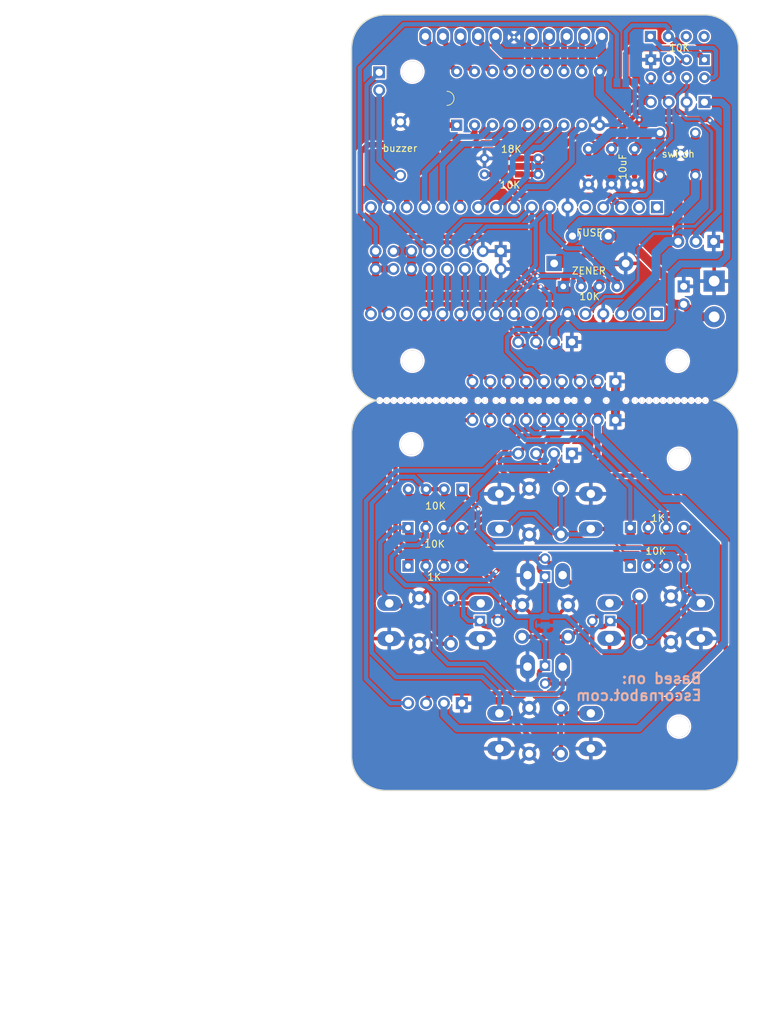
<source format=kicad_pcb>
(kicad_pcb (version 20221018) (generator pcbnew)
  (title_block (title "Escorna_Ogaki_CPU_1_0") (date "2017-10-17") (rev "001") (company "abierto.cc") (comment 2 "                               http://escornabot.com") (comment 4 "            Attribution-ShareAlike 4.0 International (CC BY-SA 4.0)"))
  (layers (0 "F.Cu" signal) (31 "B.Cu" signal) (34 "B.Paste" user) (35 "F.Paste" user) (36 "B.SilkS" user "B.Silkscreen") (37 "F.SilkS" user "F.Silkscreen") (38 "B.Mask" user) (39 "F.Mask" user) (44 "Edge.Cuts" user))
  (net 0 "")
  (net 1 "GND")
  (net 2 "Net-(F1-Pad1)")
  (net 3 "/D9")
  (net 4 "/D8")
  (net 5 "/MR4")
  (net 6 "/D7")
  (net 7 "/MR3")
  (net 8 "/D6")
  (net 9 "/MR2")
  (net 10 "/D5")
  (net 11 "/MR1")
  (net 12 "/D4")
  (net 13 "/ML4")
  (net 14 "/ML3")
  (net 15 "/ML2")
  (net 16 "/ML1")
  (net 17 "/D10")
  (net 18 "Net-(JP1-Pad2)")
  (net 19 "Net-(LED1-Pad1)")
  (net 20 "Net-(LED1-Pad2)")
  (net 21 "/S1")
  (net 22 "/A7")
  (net 23 "/S2")
  (net 24 "/S3")
  (net 25 "/S5")
  (net 26 "/S4")
  (net 27 "/A0")
  (net 28 "/5V")
  (net 29 "/A1")
  (net 30 "/A2")
  (net 31 "/A3")
  (net 32 "/TX3V3")
  (net 33 "/TX")
  (net 34 "/A6")
  (net 35 "/A5")
  (net 36 "/A4")
  (net 37 "/D13")
  (net 38 "/D11")
  (net 39 "/3V3")
  (net 40 "/RAW")
  (net 41 "/RX")
  (net 42 "/VIN")
  (net 43 "Net-(R6-Pad1)")
  (net 44 "/RST")
  (net 45 "/3V3R")
  (net 46 "Net-(R6-Pad2)")
  (net 47 "Net-(LED2-Pad2)")
  (net 48 "Net-(LED3-Pad2)")
  (net 49 "Net-(LED4-Pad2)")
  (net 50 "Net-(R6-Pad3)")
  (net 51 "Net-(R6-Pad4)")
  (net 52 "/SCK")
  (net 53 "/MISO")
  (net 54 "/AREF")
  (net 55 "/MOSI")
  (net 56 "/SS")
  (net 57 "Net-(SV3-Pad5)")
  (net 58 "Net-(U2-Pad2)")
  (footprint "Capacitors_SMD:C_0603_HandSoldering" (layer "F.Cu") (at 131.1656 56.3118 90)
    (fp_text reference "C2.1" hide)
    (fp_text value "100nF" hide)
  )
  (footprint "Diodes_ThroughHole:D_DO-41_SOD81_P10.16mm_Horizontal" (layer "F.Cu") (at 126.29388 70.22592)
    (fp_text reference "D1" hide)
    (fp_text value "ZENER")
  )
  (footprint "Diodes_SMD:D_0603" (layer "F.Cu") (at 131.32308 70.22592)
    (fp_text reference "D1.1" hide)
    (fp_text value "ZENER" hide)
  )
  (footprint "Fuse_Holders_and_Fuses:Fuse_TE5_Littlefuse-395Series" (layer "F.Cu") (at 133.97484 66.36004 180)
    (fp_text reference "F1" hide)
    (fp_text value "FUSE")
  )
  (footprint "Housings_DIP:DIP-18_W7.62mm_Socket" (layer "F.Cu") (at 112.4458 50.5968 90)
    (fp_text reference "IC1" hide)
    (fp_text value "ULN2803")
  )
  (footprint "Pin_Headers:Pin_Header_Straight_1x02_Pitch2.54mm" (layer "F.Cu") (at 101.4222 43.1038)
    (fp_text reference "JP1" hide)
    (fp_text value "CONN_01X02")
  )
  (footprint "LEDs:LED_D3.0mm" (layer "F.Cu") (at 125 114.681 90)
    (fp_text reference "LED1" hide)
    (fp_text value "L")
  )
  (footprint "LEDs:LED_0603" (layer "F.Cu") (at 125.00864 113.42624)
    (fp_text reference "LED1.1" hide)
    (fp_text value "L")
  )
  (footprint "LEDs:LED_D3.0mm" (layer "F.Cu") (at 115.744 120.99544)
    (fp_text reference "LED2" hide)
    (fp_text value "L")
  )
  (footprint "LEDs:LED_0603" (layer "F.Cu") (at 117.0178 120.99544 90)
    (fp_text reference "LED2.1" hide)
    (fp_text value "L")
  )
  (footprint "LEDs:LED_D3.0mm" (layer "F.Cu") (at 125 127.3556 -90)
    (fp_text reference "LED3" hide)
    (fp_text value "L")
  )
  (footprint "LEDs:LED_0603" (layer "F.Cu") (at 124.99848 128.651)
    (fp_text reference "LED3.1" hide)
    (fp_text value "L")
  )
  (footprint "LEDs:LED_D3.0mm" (layer "F.Cu") (at 134.256 120.99544 180)
    (fp_text reference "LED4" hide)
    (fp_text value "L")
  )
  (footprint "LEDs:LED_0603" (layer "F.Cu") (at 132.986 120.99544 90)
    (fp_text reference "LED4.1" hide)
    (fp_text value "L")
  )
  (footprint "Resistors_SMD:R_0603_HandSoldering" (layer "F.Cu") (at 138.26236 112.08512 180)
    (fp_text reference "R1.1" hide)
    (fp_text value "10K")
  )
  (footprint "Resistors_SMD:R_0603_HandSoldering" (layer "F.Cu") (at 111.93272 103.41356)
    (fp_text reference "R3.1" hide)
    (fp_text value "10K")
  )
  (footprint "Resistors_SMD:R_0603_HandSoldering" (layer "F.Cu") (at 106.83748 103.40848)
    (fp_text reference "R4.1" hide)
    (fp_text value "10K")
  )
  (footprint "Resistors_SMD:R_0603_HandSoldering" (layer "F.Cu") (at 106.79176 108.86948)
    (fp_text reference "R5.1" hide)
    (fp_text value "10K")
  )
  (footprint "Resistors_SMD:R_0603_HandSoldering" (layer "F.Cu") (at 106.79176 112.08512)
    (fp_text reference "R6.1" hide)
    (fp_text value "1K")
  )
  (footprint "Resistors_SMD:R_0603_HandSoldering" (layer "F.Cu") (at 111.87684 108.86948)
    (fp_text reference "R7.1" hide)
    (fp_text value "10K")
  )
  (footprint "Resistors_SMD:R_0603_HandSoldering" (layer "F.Cu") (at 111.87684 112.08512)
    (fp_text reference "R8.1" hide)
    (fp_text value "1K")
  )
  (footprint "Resistors_SMD:R_0603_HandSoldering" (layer "F.Cu") (at 138.26236 108.86948)
    (fp_text reference "R9.1" hide)
    (fp_text value "1K")
  )
  (footprint "Resistors_ThroughHole:R_Axial_DIN0204_L3.6mm_D1.6mm_P7.62mm_Horizontal" (layer "F.Cu") (at 124.0066 57.5818 180)
    (fp_text reference "R12" hide)
    (fp_text value "10K")
  )
  (footprint "Resistors_SMD:R_0603_HandSoldering" (layer "F.Cu") (at 120.1966 57.5818 180)
    (fp_text reference "R12.1" hide)
    (fp_text value "10K" hide)
  )
  (footprint "Resistors_ThroughHole:R_Axial_DIN0204_L3.6mm_D1.6mm_P7.62mm_Horizontal" (layer "F.Cu") (at 124.0066 55.3212 180)
    (fp_text reference "R13" hide)
    (fp_text value "18K")
  )
  (footprint "Resistors_SMD:R_0603_HandSoldering" (layer "F.Cu") (at 120.1966 55.3212 180)
    (fp_text reference "R13.1" hide)
    (fp_text value "18K" hide)
  )
  (footprint "Pin_Headers:Pin_Header_Straight_2x08_Pitch2.54mm" (layer "F.Cu") (at 118.6942 68.4784 -90)
    (fp_text reference "SV1" hide)
    (fp_text value "CONN_02X08")
  )
  (footprint "Pin_Headers:Pin_Header_Straight_1x04_Pitch2.54mm" (layer "F.Cu") (at 113.16716 132.6798 -90)
    (fp_text reference "U1" hide)
    (fp_text value "CONN_01X04")
  )
  (footprint "escornabot:ESP01" (layer "F.Cu") (at 143.8402 33.0708 90)
    (fp_text reference "U2" hide)
    (fp_text value "ESP01")
  )
  (footprint "Pin_Headers:Pin_Header_Straight_1x04_Pitch2.54mm" (layer "F.Cu") (at 147.65528 47.3202 -90)
    (fp_text reference "U3" hide)
    (fp_text value "CONN_01X04")
  )
  (footprint "Pin_Headers:Pin_Header_Straight_1x04_Pitch2.54mm" (layer "F.Cu") (at 128.81 97.2312 -90)
    (fp_text reference "U4" hide)
    (fp_text value "CONN_01X04")
  )
  (footprint "Pin_Headers:Pin_Header_Straight_1x04_Pitch2.54mm" (layer "F.Cu") (at 128.81 81.39176 -90)
    (fp_text reference "U5" hide)
    (fp_text value "CONN_01X04")
  )
  (footprint "Connect:bornier2" (layer "F.Cu") (at 149.03196 72.7329 -90)
    (fp_text reference "X1" hide)
    (fp_text value "Screw_Terminal_1x02")
  )
  (footprint "Capacitors_ThroughHole:C_Disc_D5.0mm_W2.5mm_P5.00mm" (layer "F.Cu") (at 131.1656 58.9534 90)
    (fp_text reference "C2" hide)
    (fp_text value "100nF" hide)
  )
  (footprint "Buzzers_Beepers:MagneticBuzzer_StarMicronics_HMB-06_HMB-12" (layer "F.Cu") (at 104.4448 57.7342 90)
    (fp_text reference "Z1" hide)
    (fp_text value "buzzer")
  )
  (footprint "Resistors_SMD:R_1206_HandSoldering" (layer "F.Cu") (at 131.318 67.78244 180)
    (fp_text reference "F1.1" hide)
    (fp_text value "FUSE")
  )
  (footprint "Resistors_ThroughHole:R_Array_SIP4" (layer "F.Cu") (at 113.18748 102.29088 180)
    (fp_text reference "R2" hide)
    (fp_text value "10K")
  )
  (footprint "Resistors_ThroughHole:R_Array_SIP4" (layer "F.Cu") (at 137.11428 113.20272)
    (fp_text reference "R1" hide)
    (fp_text value "10K")
  )
  (footprint "Resistors_ThroughHole:R_Array_SIP4" (layer "F.Cu") (at 105.52176 107.7468)
    (fp_text reference "R3" hide)
    (fp_text value "10K")
  )
  (footprint "Resistors_ThroughHole:R_Array_SIP4" (layer "F.Cu") (at 105.52176 113.20272)
    (fp_text reference "R4" hide)
    (fp_text value "1K")
  )
  (footprint "Resistors_ThroughHole:R_Array_SIP4" (layer "F.Cu") (at 137.11428 107.7468)
    (fp_text reference "R5" hide)
    (fp_text value "1K")
  )
  (footprint "Resistors_SMD:R_0603_HandSoldering" (layer "F.Cu") (at 143.4592 112.0902 180)
    (fp_text reference "R2.2" hide)
    (fp_text value "10K")
  )
  (footprint "ComponentesVarios:hole_3mm" (layer "F.Cu") (at 143.891 136)
    (fp_text reference "" hide)
    (fp_text value "hole")
  )
  (footprint "ComponentesVarios:hole_3mm" (layer "F.Cu") (at 106.1466 95.9231)
    (fp_text reference "" hide)
    (fp_text value "hole")
  )
  (footprint "ComponentesVarios:hole_3mm" (layer "F.Cu") (at 143.891 97.95764)
    (fp_text reference "" hide)
    (fp_text value "hole")
  )
  (footprint "ComponentesVarios:hole_3mm" (layer "F.Cu") (at 106.1466 84.0486)
    (fp_text reference "" hide)
    (fp_text value "hole")
  )
  (footprint "ComponentesVarios:hole_3mm" (layer "F.Cu") (at 143.85798 84.05622)
    (fp_text reference "" hide)
    (fp_text value "hole")
  )
  (footprint "ComponentesVarios:hole_3mm" (layer "F.Cu") (at 106.1466 43)
    (fp_text reference "" hide)
    (fp_text value "hole")
  )
  (footprint "ComponentesVarios:hole_05mm" (layer "F.Cu") (at 101.50094 89.69756)
    (fp_text reference "" hide)
    (fp_text value "" hide)
  )
  (footprint "ComponentesVarios:hole_05mm" (layer "F.Cu") (at 102.5 89.69756)
    (fp_text reference "" hide)
    (fp_text value "" hide)
  )
  (footprint "ComponentesVarios:hole_05mm" (layer "F.Cu") (at 103.5 89.69756)
    (fp_text reference "" hide)
    (fp_text value "" hide)
  )
  (footprint "ComponentesVarios:hole_05mm" (layer "F.Cu") (at 104.5 89.69756)
    (fp_text reference "" hide)
    (fp_text value "" hide)
  )
  (footprint "ComponentesVarios:hole_05mm" (layer "F.Cu") (at 105.5 89.69756)
    (fp_text reference "" hide)
    (fp_text value "" hide)
  )
  (footprint "ComponentesVarios:hole_05mm" (layer "F.Cu") (at 106.5 89.69756)
    (fp_text reference "" hide)
    (fp_text value "" hide)
  )
  (footprint "ComponentesVarios:hole_05mm" (layer "F.Cu") (at 107.5 89.69756)
    (fp_text reference "" hide)
    (fp_text value "" hide)
  )
  (footprint "ComponentesVarios:hole_05mm" (layer "F.Cu") (at 108.5 89.69756)
    (fp_text reference "" hide)
    (fp_text value "" hide)
  )
  (footprint "ComponentesVarios:hole_05mm" (layer "F.Cu") (at 109.5 89.69756)
    (fp_text reference "" hide)
    (fp_text value "" hide)
  )
  (footprint "ComponentesVarios:hole_05mm" (layer "F.Cu") (at 110.5 89.69756)
    (fp_text reference "" hide)
    (fp_text value "" hide)
  )
  (footprint "ComponentesVarios:hole_05mm" (layer "F.Cu") (at 111.5 89.69756)
    (fp_text reference "" hide)
    (fp_text value "" hide)
  )
  (footprint "ComponentesVarios:hole_05mm" (layer "F.Cu") (at 116.46154 89.69756)
    (fp_text reference "" hide)
    (fp_text value "" hide)
  )
  (footprint "Resistors_ThroughHole:R_Array_SIP4" (layer "F.Cu") (at 139.9794 37.9984)
    (fp_text reference "R6" hide)
    (fp_text value "10K")
  )
  (footprint "Resistors_SMD:R_0603_HandSoldering" (layer "F.Cu") (at 143.4592 108.86948)
    (fp_text reference "R10.1" hide)
    (fp_text value "100R" hide)
  )
  (footprint "Capacitors_ThroughHole:C_Disc_D5.0mm_W2.5mm_P5.00mm" (layer "F.Cu") (at 137.7188 58.9534 90)
    (fp_text reference "C3" hide)
    (fp_text value "10uF" hide)
  )
  (footprint "Capacitors_SMD:C_0603_HandSoldering" (layer "F.Cu") (at 137.7188 56.4642 90)
    (fp_text reference "C3.1" hide)
    (fp_text value "10uF")
  )
  (footprint "Capacitors_ThroughHole:C_Disc_D5.0mm_W2.5mm_P5.00mm" (layer "F.Cu") (at 134.4422 53.9496 -90)
    (fp_text reference "C4" hide)
    (fp_text value "10uF" hide)
  )
  (footprint "Capacitors_SMD:C_0603_HandSoldering" (layer "F.Cu") (at 134.4422 56.4642 -90)
    (fp_text reference "C4.1" hide)
    (fp_text value "10uF" hide)
  )
  (footprint "Pin_Headers:Pin_Header_Straight_1x17_Pitch2.54mm" (layer "F.Cu") (at 140.8938 77.3938 -90)
    (fp_text reference "SV2" hide)
    (fp_text value "CONN_01X17")
  )
  (footprint "Pin_Headers:Pin_Header_Straight_1x17_Pitch2.54mm" (layer "F.Cu") (at 140.8938 62.25032 -90)
    (fp_text reference "SV3" hide)
    (fp_text value "CONN_01X17")
  )
  (footprint "Pin_Headers:Pin_Header_Straight_1x09_Pitch2.54mm" (layer "F.Cu") (at 135 87 -90)
    (fp_text reference "SV4" hide)
    (fp_text value "CONN_01X09")
  )
  (footprint "Pin_Headers:Pin_Header_Straight_1x09_Pitch2.54mm" (layer "F.Cu") (at 135 92.5 -90)
    (fp_text reference "SV6" hide)
    (fp_text value "CONN_01X09")
  )
  (footprint "ComponentesVarios:hole_05mm" (layer "F.Cu") (at 115.45062 89.69502)
    (fp_text reference "" hide)
    (fp_text value "" hide)
  )
  (footprint "ComponentesVarios:hole_05mm" (layer "F.Cu") (at 118.0084 89.69756)
    (fp_text reference "" hide)
    (fp_text value "" hide)
  )
  (footprint "ComponentesVarios:hole_05mm" (layer "F.Cu") (at 120.52808 89.69248)
    (fp_text reference "" hide)
    (fp_text value "" hide)
  )
  (footprint "ComponentesVarios:hole_05mm" (layer "F.Cu") (at 123.07824 89.69502)
    (fp_text reference "" hide)
    (fp_text value "" hide)
  )
  (footprint "ComponentesVarios:hole_05mm" (layer "F.Cu") (at 125.60808 89.70264)
    (fp_text reference "" hide)
    (fp_text value "" hide)
  )
  (footprint "ComponentesVarios:hole_05mm" (layer "F.Cu") (at 128.15316 89.67216)
    (fp_text reference "" hide)
    (fp_text value "" hide)
  )
  (footprint "ComponentesVarios:hole_05mm" (layer "F.Cu") (at 131.06908 89.67978)
    (fp_text reference "" hide)
    (fp_text value "" hide)
  )
  (footprint "ComponentesVarios:hole_05mm" (layer "F.Cu") (at 119.00154 89.69756)
    (fp_text reference "" hide)
    (fp_text value "" hide)
  )
  (footprint "ComponentesVarios:hole_05mm" (layer "F.Cu") (at 121.54154 89.69756)
    (fp_text reference "" hide)
    (fp_text value "" hide)
  )
  (footprint "ComponentesVarios:hole_05mm" (layer "F.Cu") (at 124.08154 89.69756)
    (fp_text reference "" hide)
    (fp_text value "" hide)
  )
  (footprint "ComponentesVarios:hole_05mm" (layer "F.Cu") (at 126.62154 89.69756)
    (fp_text reference "" hide)
    (fp_text value "" hide)
  )
  (footprint "ComponentesVarios:hole_05mm" (layer "F.Cu") (at 129.16154 89.69756)
    (fp_text reference "" hide)
    (fp_text value "" hide)
  )
  (footprint "ComponentesVarios:hole_05mm" (layer "F.Cu") (at 133.69798 89.70264)
    (fp_text reference "" hide)
    (fp_text value "" hide)
  )
  (footprint "ComponentesVarios:hole_05mm" (layer "F.Cu") (at 136.48944 89.70264)
    (fp_text reference "" hide)
    (fp_text value "" hide)
  )
  (footprint "ComponentesVarios:hole_05mm" (layer "F.Cu") (at 112.5 89.69756)
    (fp_text reference "" hide)
    (fp_text value "" hide)
  )
  (footprint "ComponentesVarios:hole_05mm" (layer "F.Cu") (at 113.5 89.69756)
    (fp_text reference "" hide)
    (fp_text value "" hide)
  )
  (footprint "ComponentesVarios:hole_05mm" (layer "F.Cu") (at 137.78154 89.69756)
    (fp_text reference "" hide)
    (fp_text value "" hide)
  )
  (footprint "ComponentesVarios:hole_05mm" (layer "F.Cu") (at 138.78154 89.69756)
    (fp_text reference "" hide)
    (fp_text value "" hide)
  )
  (footprint "ComponentesVarios:hole_05mm" (layer "F.Cu") (at 139.78154 89.69756)
    (fp_text reference "" hide)
    (fp_text value "" hide)
  )
  (footprint "ComponentesVarios:hole_05mm" (layer "F.Cu") (at 140.78154 89.69756)
    (fp_text reference "" hide)
    (fp_text value "" hide)
  )
  (footprint "ComponentesVarios:hole_05mm" (layer "F.Cu") (at 141.78154 89.69756)
    (fp_text reference "" hide)
    (fp_text value "" hide)
  )
  (footprint "ComponentesVarios:hole_05mm" (layer "F.Cu") (at 142.78154 89.69756)
    (fp_text reference "" hide)
    (fp_text value "" hide)
  )
  (footprint "ComponentesVarios:hole_05mm" (layer "F.Cu") (at 143.78154 89.69756)
    (fp_text reference "" hide)
    (fp_text value "" hide)
  )
  (footprint "ComponentesVarios:hole_05mm" (layer "F.Cu") (at 144.78154 89.69756)
    (fp_text reference "" hide)
    (fp_text value "" hide)
  )
  (footprint "ComponentesVarios:hole_05mm" (layer "F.Cu") (at 145.78154 89.69756)
    (fp_text reference "" hide)
    (fp_text value "" hide)
  )
  (footprint "ComponentesVarios:hole_05mm" (layer "F.Cu") (at 146.78154 89.69756)
    (fp_text reference "" hide)
    (fp_text value "" hide)
  )
  (footprint "ComponentesVarios:hole_05mm" (layer "F.Cu") (at 147.78154 89.69756)
    (fp_text reference "" hide)
    (fp_text value "" hide)
  )
  (footprint "Resistors_ThroughHole:R_Array_SIP4" (layer "F.Cu") (at 127.58928 73.50252)
    (fp_text reference "R14" hide)
    (fp_text value "10K")
  )
  (footprint "Resistors_SMD:R_0603_HandSoldering" (layer "F.Cu") (at 129.02946 72.57796)
    (fp_text reference "R14A.1" hide)
    (fp_text value "10K" hide)
  )
  (footprint "Resistors_SMD:R_0603_HandSoldering" (layer "F.Cu") (at 133.99516 72.59828)
    (fp_text reference "R14B.1" hide)
    (fp_text value "10K" hide)
  )
  (footprint "Wire_Pads:SolderWirePad_single_0-8mmDrill" (layer "F.Cu") (at 120.57888 38.11524)
    (fp_text reference "" hide)
    (fp_text value "" hide)
  )
  (footprint "Pin_Headers:Pin_Header_Angled_1x02_Pitch2.54mm" (layer "F.Cu") (at 144.7038 73.4949)
    (fp_text reference "JP2" hide)
    (fp_text value "CONN_01X02")
  )
  (footprint "borde_S:svg2mod" (layer "F.Cu") (at 125 90)
    (fp_text reference "svg2mod" hide)
    (fp_text value "G***" hide)
  )
  (footprint "Switch:Button" (layer "F.Cu") (at 125.00356 105.44556)
    (fp_text reference "S1" hide)
    (fp_text value "switch")
  )
  (footprint "Switch:Button" (layer "F.Cu") (at 140.64996 120.9802 180)
    (fp_text reference "S2" hide)
    (fp_text value "switch")
  )
  (footprint "Switch:Button" (layer "F.Cu") (at 125.00356 136.6266 180)
    (fp_text reference "S3" hide)
    (fp_text value "switch")
  )
  (footprint "Switch:Button" (layer "F.Cu") (at 125 120.99544 90)
    (fp_text reference "S5" hide)
    (fp_text value "switch")
  )
  (footprint "user_molex:B5B-XH-A" (layer "F.Cu") (at 112.9792 37.9984)
    (fp_text reference "XH3" hide)
    (fp_text value "CONN_01X05")
  )
  (footprint "user_molex:B5B-XH-A" (layer "F.Cu") (at 128.0668 37.9984)
    (fp_text reference "XH4" hide)
    (fp_text value "CONN_01X05")
  )
  (footprint "Wire_Pads:SolderWirePad_single_0-8mmDrill" (layer "F.Cu") (at 144.28216 54.59476)
    (fp_text reference "GND" hide)
    (fp_text value "GND" hide)
  )
  (footprint "Switch:Button" (layer "F.Cu") (at 109.35716 121.00814 180)
    (fp_text reference "S4" hide)
    (fp_text value "switch")
  )
  (footprint "borde:svg2mod" (layer "F.Cu") (at 125 90)
    (fp_text reference "svg2mod" hide)
    (fp_text value "G***" hide)
    (fp_line (start -27.495304 -50.286464) (end -27.495304 -4.917986) (stroke (width 0.155643)) (layer "Edge.Cuts"))
    (fp_line (start -27.495304 -4.917986) (end -27.488704 -4.663777) (stroke (width 0.155643)) (layer "Edge.Cuts"))
    (fp_line (start -27.494688 4.35097) (end -27.494688 50.232866) (stroke (width 0.155643)) (layer "Edge.Cuts"))
    (fp_line (start -27.494688 50.232866) (end -27.488406 50.482454) (stroke (width 0.155643)) (layer "Edge.Cuts"))
    (fp_line (start -27.489095 -50.533262) (end -27.495304 -50.286464) (stroke (width 0.155643)) (layer "Edge.Cuts"))
    (fp_line (start -27.488704 -4.663777) (end -27.46912 -4.41315) (stroke (width 0.155643)) (layer "Edge.Cuts"))
    (fp_line (start -27.488406 50.482454) (end -27.469762 50.728682) (stroke (width 0.155643)) (layer "Edge.Cuts"))
    (fp_line (start -27.4881 4.095555) (end -27.494688 4.35097) (stroke (width 0.155643)) (layer "Edge.Cuts"))
    (fp_line (start -27.470666 -50.77674) (end -27.489095 -50.533262) (stroke (width 0.155643)) (layer "Edge.Cuts"))
    (fp_line (start -27.469762 50.728682) (end -27.439056 50.971249) (stroke (width 0.155643)) (layer "Edge.Cuts"))
    (fp_line (start -27.46912 -4.41315) (end -27.436878 -4.166427) (stroke (width 0.155643)) (layer "Edge.Cuts"))
    (fp_line (start -27.468552 3.843708) (end -27.4881 4.095555) (stroke (width 0.155643)) (layer "Edge.Cuts"))
    (fp_line (start -27.440312 -51.016601) (end -27.470666 -50.77674) (stroke (width 0.155643)) (layer "Edge.Cuts"))
    (fp_line (start -27.439056 50.971249) (end -27.396586 51.209858) (stroke (width 0.155643)) (layer "Edge.Cuts"))
    (fp_line (start -27.436878 -4.166427) (end -27.392304 -3.923926) (stroke (width 0.155643)) (layer "Edge.Cuts"))
    (fp_line (start -27.436366 3.595746) (end -27.468552 3.843708) (stroke (width 0.155643)) (layer "Edge.Cuts"))
    (fp_line (start -27.398331 -51.25255) (end -27.440312 -51.016601) (stroke (width 0.155643)) (layer "Edge.Cuts"))
    (fp_line (start -27.396586 51.209858) (end -27.342654 51.444208) (stroke (width 0.155643)) (layer "Edge.Cuts"))
    (fp_line (start -27.392304 -3.923926) (end -27.335724 -3.685968) (stroke (width 0.155643)) (layer "Edge.Cuts"))
    (fp_line (start -27.391867 3.351987) (end -27.436366 3.595746) (stroke (width 0.155643)) (layer "Edge.Cuts"))
    (fp_line (start -27.345018 -51.48429) (end -27.398331 -51.25255) (stroke (width 0.155643)) (layer "Edge.Cuts"))
    (fp_line (start -27.342654 51.444208) (end -27.277559 51.674) (stroke (width 0.155643)) (layer "Edge.Cuts"))
    (fp_line (start -27.335724 -3.685968) (end -27.267463 -3.452872) (stroke (width 0.155643)) (layer "Edge.Cuts"))
    (fp_line (start -27.335376 3.112748) (end -27.391867 3.351987) (stroke (width 0.155643)) (layer "Edge.Cuts"))
    (fp_line (start -27.280671 -51.711526) (end -27.345018 -51.48429) (stroke (width 0.155643)) (layer "Edge.Cuts"))
    (fp_line (start -27.277559 51.674) (end -27.201602 51.898935) (stroke (width 0.155643)) (layer "Edge.Cuts"))
    (fp_line (start -27.267463 -3.452872) (end -27.187848 -3.224958) (stroke (width 0.155643)) (layer "Edge.Cuts"))
    (fp_line (start -27.267217 2.878348) (end -27.335376 3.112748) (stroke (width 0.155643)) (layer "Edge.Cuts"))
    (fp_line (start -27.205584 -51.93396) (end -27.280671 -51.711526) (stroke (width 0.155643)) (layer "Edge.Cuts"))
    (fp_line (start -27.201602 51.898935) (end -27.115081 52.118715) (stroke (width 0.155643)) (layer "Edge.Cuts"))
    (fp_line (start -27.187848 -3.224958) (end -27.097204 -3.002546) (stroke (width 0.155643)) (layer "Edge.Cuts"))
    (fp_line (start -27.187712 2.649103) (end -27.267217 2.878348) (stroke (width 0.155643)) (layer "Edge.Cuts"))
    (fp_line (start -27.120056 -52.151298) (end -27.205584 -51.93396) (stroke (width 0.155643)) (layer "Edge.Cuts"))
    (fp_line (start -27.115081 52.118715) (end -27.018298 52.333039) (stroke (width 0.155643)) (layer "Edge.Cuts"))
    (fp_line (start -27.097204 -3.002546) (end -26.995856 -2.785956) (stroke (width 0.155643)) (layer "Edge.Cuts"))
    (fp_line (start -27.097185 2.425331) (end -27.187712 2.649103) (stroke (width 0.155643)) (layer "Edge.Cuts"))
    (fp_line (start -27.024381 -52.363243) (end -27.120056 -52.151298) (stroke (width 0.155643)) (layer "Edge.Cuts"))
    (fp_line (start -27.018298 52.333039) (end -26.911552 52.541609) (stroke (width 0.155643)) (layer "Edge.Cuts"))
    (fp_line (start -26.995959 2.207351) (end -27.097185 2.425331) (stroke (width 0.155643)) (layer "Edge.Cuts"))
    (fp_line (start -26.995856 -2.785956) (end -26.884132 -2.575507) (stroke (width 0.155643)) (layer "Edge.Cuts"))
    (fp_line (start -26.918857 -52.569499) (end -27.024381 -52.363243) (stroke (width 0.155643)) (layer "Edge.Cuts"))
    (fp_line (start -26.911552 52.541609) (end -26.795143 52.744125) (stroke (width 0.155643)) (layer "Edge.Cuts"))
    (fp_line (start -26.884356 1.995479) (end -26.995959 2.207351) (stroke (width 0.155643)) (layer "Edge.Cuts"))
    (fp_line (start -26.884132 -2.575507) (end -26.762356 -2.37152) (stroke (width 0.155643)) (layer "Edge.Cuts"))
    (fp_line (start -26.80378 -52.76977) (end -26.918857 -52.569499) (stroke (width 0.155643)) (layer "Edge.Cuts"))
    (fp_line (start -26.795143 52.744125) (end -26.669371 52.940288) (stroke (width 0.155643)) (layer "Edge.Cuts"))
    (fp_line (start -26.7627 1.790034) (end -26.884356 1.995479) (stroke (width 0.155643)) (layer "Edge.Cuts"))
    (fp_line (start -26.762356 -2.37152) (end -26.630854 -2.174314) (stroke (width 0.155643)) (layer "Edge.Cuts"))
    (fp_line (start -26.679445 -52.963761) (end -26.80378 -52.76977) (stroke (width 0.155643)) (layer "Edge.Cuts"))
    (fp_line (start -26.669371 52.940288) (end -26.534536 53.129799) (stroke (width 0.155643)) (layer "Edge.Cuts"))
    (fp_line (start -26.631313 1.591332) (end -26.7627 1.790034) (stroke (width 0.155643)) (layer "Edge.Cuts"))
    (fp_line (start -26.630854 -2.174314) (end -26.489953 -1.984208) (stroke (width 0.155643)) (layer "Edge.Cuts"))
    (fp_line (start -26.546151 -53.151174) (end -26.679445 -52.963761) (stroke (width 0.155643)) (layer "Edge.Cuts"))
    (fp_line (start -26.534536 53.129799) (end -26.390938 53.312359) (stroke (width 0.155643)) (layer "Edge.Cuts"))
    (fp_line (start -26.49052 1.399692) (end -26.631313 1.591332) (stroke (width 0.155643)) (layer "Edge.Cuts"))
    (fp_line (start -26.489953 -1.984208) (end -26.339977 -1.801524) (stroke (width 0.155643)) (layer "Edge.Cuts"))
    (fp_line (start -26.404192 -53.331714) (end -26.546151 -53.151174) (stroke (width 0.155643)) (layer "Edge.Cuts"))
    (fp_line (start -26.390938 53.312359) (end -26.238877 53.487668) (stroke (width 0.155643)) (layer "Edge.Cuts"))
    (fp_line (start -26.340641 1.21543) (end -26.49052 1.399692) (stroke (width 0.155643)) (layer "Edge.Cuts"))
    (fp_line (start -26.339977 -1.801524) (end -26.181253 -1.626579) (stroke (width 0.155643)) (layer "Edge.Cuts"))
    (fp_line (start -26.253865 -53.505084) (end -26.404192 -53.331714) (stroke (width 0.155643)) (layer "Edge.Cuts"))
    (fp_line (start -26.238877 53.487668) (end -26.078653 53.655427) (stroke (width 0.155643)) (layer "Edge.Cuts"))
    (fp_line (start -26.182002 1.038866) (end -26.340641 1.21543) (stroke (width 0.155643)) (layer "Edge.Cuts"))
    (fp_line (start -26.181253 -1.626579) (end -26.014107 -1.459695) (stroke (width 0.155643)) (layer "Edge.Cuts"))
    (fp_line (start -26.095467 -53.67099) (end -26.253865 -53.505084) (stroke (width 0.155643)) (layer "Edge.Cuts"))
    (fp_line (start -26.078653 53.655427) (end -25.910566 53.815337) (stroke (width 0.155643)) (layer "Edge.Cuts"))
    (fp_line (start -26.014923 0.870316) (end -26.182002 1.038866) (stroke (width 0.155643)) (layer "Edge.Cuts"))
    (fp_line (start -26.014107 -1.459695) (end -25.838864 -1.301191) (stroke (width 0.155643)) (layer "Edge.Cuts"))
    (fp_line (start -25.929294 -53.829134) (end -26.095467 -53.67099) (stroke (width 0.155643)) (layer "Edge.Cuts"))
    (fp_line (start -25.910566 53.815337) (end -25.734917 53.967099) (stroke (width 0.155643)) (layer "Edge.Cuts"))
    (fp_line (start -25.83973 0.710097) (end -26.014923 0.870316) (stroke (width 0.155643)) (layer "Edge.Cuts"))
    (fp_line (start -25.838864 -1.301191) (end -25.65585 -1.151387) (stroke (width 0.155643)) (layer "Edge.Cuts"))
    (fp_line (start -25.755642 -53.979222) (end -25.929294 -53.829134) (stroke (width 0.155643)) (layer "Edge.Cuts"))
    (fp_line (start -25.734917 53.967099) (end -25.552004 54.110413) (stroke (width 0.155643)) (layer "Edge.Cuts"))
    (fp_line (start -25.656744 0.558529) (end -25.83973 0.710097) (stroke (width 0.155643)) (layer "Edge.Cuts"))
    (fp_line (start -25.65585 -1.151387) (end -25.465391 -1.010603) (stroke (width 0.155643)) (layer "Edge.Cuts"))
    (fp_line (start -25.574808 -54.120955) (end -25.755642 -53.979222) (stroke (width 0.155643)) (layer "Edge.Cuts"))
    (fp_line (start -25.552004 54.110413) (end -25.362127 54.244981) (stroke (width 0.155643)) (layer "Edge.Cuts"))
    (fp_line (start -25.466288 0.415927) (end -25.656744 0.558529) (stroke (width 0.155643)) (layer "Edge.Cuts"))
    (fp_line (start -25.465391 -1.010603) (end -25.267813 -0.879157) (stroke (width 0.155643)) (layer "Edge.Cuts"))
    (fp_line (start -25.387087 -54.25404) (end -25.574808 -54.120955) (stroke (width 0.155643)) (layer "Edge.Cuts"))
    (fp_line (start -25.362127 54.244981) (end -25.165588 54.370503) (stroke (width 0.155643)) (layer "Edge.Cuts"))
    (fp_line (start -25.268686 0.28261) (end -25.466288 0.415927) (stroke (width 0.155643)) (layer "Edge.Cuts"))
    (fp_line (start -25.267813 -0.879157) (end -25.063442 -0.757372) (stroke (width 0.155643)) (layer "Edge.Cuts"))
    (fp_line (start -25.192778 -54.378179) (end -25.387087 -54.25404) (stroke (width 0.155643)) (layer "Edge.Cuts"))
    (fp_line (start -25.165588 54.370503) (end -24.962686 54.48668) (stroke (width 0.155643)) (layer "Edge.Cuts"))
    (fp_line (start -25.064261 0.158896) (end -25.268686 0.28261) (stroke (width 0.155643)) (layer "Edge.Cuts"))
    (fp_line (start -25.063442 -0.757372) (end -24.852602 -0.645565) (stroke (width 0.155643)) (layer "Edge.Cuts"))
    (fp_line (start -24.992174 -54.493076) (end -25.192778 -54.378179) (stroke (width 0.155643)) (layer "Edge.Cuts"))
    (fp_line (start -24.962686 54.48668) (end -24.75372 54.593212) (stroke (width 0.155643)) (layer "Edge.Cuts"))
    (fp_line (start -24.853334 0.045101) (end -25.064261 0.158896) (stroke (width 0.155643)) (layer "Edge.Cuts"))
    (fp_line (start -24.852602 -0.645565) (end -24.635621 -0.544057) (stroke (width 0.155643)) (layer "Edge.Cuts"))
    (fp_line (start -24.785574 -54.598436) (end -24.992174 -54.493076) (stroke (width 0.155643)) (layer "Edge.Cuts"))
    (fp_line (start -24.75372 54.593212) (end -24.538992 54.689801) (stroke (width 0.155643)) (layer "Edge.Cuts"))
    (fp_line (start -24.636231 -0.058455) (end -24.853334 0.045101) (stroke (width 0.155643)) (layer "Edge.Cuts"))
    (fp_line (start -24.635621 -0.544057) (end -24.412824 -0.453167) (stroke (width 0.155643)) (layer "Edge.Cuts"))
    (fp_line (start -24.573274 -54.693962) (end -24.785574 -54.598436) (stroke (width 0.155643)) (layer "Edge.Cuts"))
    (fp_line (start -24.538992 54.689801) (end -24.3188 54.776147) (stroke (width 0.155643)) (layer "Edge.Cuts"))
    (fp_line (start -24.413273 -0.151457) (end -24.636231 -0.058455) (stroke (width 0.155643)) (layer "Edge.Cuts"))
    (fp_line (start -24.412824 -0.453167) (end -24.184536 -0.373216) (stroke (width 0.155643)) (layer "Edge.Cuts"))
    (fp_line (start -24.355569 -54.779359) (end -24.573274 -54.693962) (stroke (width 0.155643)) (layer "Edge.Cuts"))
    (fp_line (start -24.3188 54.776147) (end -24.093444 54.851951) (stroke (width 0.155643)) (layer "Edge.Cuts"))
    (fp_line (start -24.184783 -0.233585) (end -24.413273 -0.151457) (stroke (width 0.155643)) (layer "Edge.Cuts"))
    (fp_line (start -24.184536 -0.373216) (end -23.951085 -0.304523) (stroke (width 0.155643)) (layer "Edge.Cuts"))
    (fp_line (start -24.132756 -54.85433) (end -24.355569 -54.779359) (stroke (width 0.155643)) (layer "Edge.Cuts"))
    (fp_line (start -24.093444 54.851951) (end -23.863226 54.916914) (stroke (width 0.155643)) (layer "Edge.Cuts"))
    (fp_line (start -23.951085 -0.304523) (end -24.184783 -0.233585) (stroke (width 0.155643)) (layer "Edge.Cuts"))
    (fp_line (start -23.905132 -54.918579) (end -24.132756 -54.85433) (stroke (width 0.155643)) (layer "Edge.Cuts"))
    (fp_line (start -23.863226 54.916914) (end -23.628444 54.970736) (stroke (width 0.155643)) (layer "Edge.Cuts"))
    (fp_line (start -23.672993 -54.97181) (end -23.905132 -54.918579) (stroke (width 0.155643)) (layer "Edge.Cuts"))
    (fp_line (start -23.628444 54.970736) (end -23.389399 55.013119) (stroke (width 0.155643)) (layer "Edge.Cuts"))
    (fp_line (start -23.436635 -55.013728) (end -23.672993 -54.97181) (stroke (width 0.155643)) (layer "Edge.Cuts"))
    (fp_line (start -23.389399 55.013119) (end -23.14639 55.043762) (stroke (width 0.155643)) (layer "Edge.Cuts"))
    (fp_line (start -23.196354 -55.044035) (end -23.436635 -55.013728) (stroke (width 0.155643)) (layer "Edge.Cuts"))
    (fp_line (start -23.14639 55.043762) (end -22.899719 55.062368) (stroke (width 0.155643)) (layer "Edge.Cuts"))
    (fp_line (start -22.952448 -55.062437) (end -23.196354 -55.044035) (stroke (width 0.155643)) (layer "Edge.Cuts"))
    (fp_line (start -22.899719 55.062368) (end -22.649683 55.068637) (stroke (width 0.155643)) (layer "Edge.Cuts"))
    (fp_line (start -22.705212 -55.068637) (end -22.952448 -55.062437) (stroke (width 0.155643)) (layer "Edge.Cuts"))
    (fp_line (start -22.649683 55.068637) (end 22.649683 55.068637) (stroke (width 0.155643)) (layer "Edge.Cuts"))
    (fp_line (start 22.649683 55.068637) (end 22.899717 55.062368) (stroke (width 0.155643)) (layer "Edge.Cuts"))
    (fp_line (start 22.7046 -55.068637) (end -22.705212 -55.068637) (stroke (width 0.155643)) (layer "Edge.Cuts"))
    (fp_line (start 22.899717 55.062368) (end 23.146383 55.043762) (stroke (width 0.155643)) (layer "Edge.Cuts"))
    (fp_line (start 22.951839 -55.062437) (end 22.7046 -55.068637) (stroke (width 0.155643)) (layer "Edge.Cuts"))
    (fp_line (start 23.146383 55.043762) (end 23.389383 55.013119) (stroke (width 0.155643)) (layer "Edge.Cuts"))
    (fp_line (start 23.195751 -55.044035) (end 22.951839 -55.062437) (stroke (width 0.155643)) (layer "Edge.Cuts"))
    (fp_line (start 23.389383 55.013119) (end 23.628417 54.970736) (stroke (width 0.155643)) (layer "Edge.Cuts"))
    (fp_line (start 23.43604 -55.013728) (end 23.195751 -55.044035) (stroke (width 0.155643)) (layer "Edge.Cuts"))
    (fp_line (start 23.628417 54.970736) (end 23.863185 54.916914) (stroke (width 0.155643)) (layer "Edge.Cuts"))
    (fp_line (start 23.672409 -54.97181) (end 23.43604 -55.013728) (stroke (width 0.155643)) (layer "Edge.Cuts"))
    (fp_line (start 23.863185 54.916914) (end 24.093388 54.851951) (stroke (width 0.155643)) (layer "Edge.Cuts"))
    (fp_line (start 23.904563 -54.918579) (end 23.672409 -54.97181) (stroke (width 0.155643)) (layer "Edge.Cuts"))
    (fp_line (start 23.951082 -0.304523) (end 24.184522 -0.373224) (stroke (width 0.155643)) (layer "Edge.Cuts"))
    (fp_line (start 24.093388 54.851951) (end 24.318725 54.776147) (stroke (width 0.155643)) (layer "Edge.Cuts"))
    (fp_line (start 24.132203 -54.85433) (end 23.904563 -54.918579) (stroke (width 0.155643)) (layer "Edge.Cuts"))
    (fp_line (start 24.184522 -0.373224) (end 24.412799 -0.453183) (stroke (width 0.155643)) (layer "Edge.Cuts"))
    (fp_line (start 24.184756 -0.233571) (end 23.951082 -0.304523) (stroke (width 0.155643)) (layer "Edge.Cuts"))
    (fp_line (start 24.318725 54.776147) (end 24.538896 54.689801) (stroke (width 0.155643)) (layer "Edge.Cuts"))
    (fp_line (start 24.355035 -54.779359) (end 24.132203 -54.85433) (stroke (width 0.155643)) (layer "Edge.Cuts"))
    (fp_line (start 24.412799 -0.453183) (end 24.635589 -0.544079) (stroke (width 0.155643)) (layer "Edge.Cuts"))
    (fp_line (start 24.41322 -0.151429) (end 24.184756 -0.233571) (stroke (width 0.155643)) (layer "Edge.Cuts"))
    (fp_line (start 24.538896 54.689801) (end 24.753603 54.593212) (stroke (width 0.155643)) (layer "Edge.Cuts"))
    (fp_line (start 24.57276 -54.693962) (end 24.355035 -54.779359) (stroke (width 0.155643)) (layer "Edge.Cuts"))
    (fp_line (start 24.635589 -0.544079) (end 24.852563 -0.645594) (stroke (width 0.155643)) (layer "Edge.Cuts"))
    (fp_line (start 24.636151 -0.058415) (end 24.41322 -0.151429) (stroke (width 0.155643)) (layer "Edge.Cuts"))
    (fp_line (start 24.753603 54.593212) (end 24.962545 54.48668) (stroke (width 0.155643)) (layer "Edge.Cuts"))
    (fp_line (start 24.785083 -54.598436) (end 24.57276 -54.693962) (stroke (width 0.155643)) (layer "Edge.Cuts"))
    (fp_line (start 24.852563 -0.645594) (end 25.063397 -0.757407) (stroke (width 0.155643)) (layer "Edge.Cuts"))
    (fp_line (start 24.853227 0.045153) (end 24.636151 -0.058415) (stroke (width 0.155643)) (layer "Edge.Cuts"))
    (fp_line (start 24.962545 54.48668) (end 25.165422 54.370503) (stroke (width 0.155643)) (layer "Edge.Cuts"))
    (fp_line (start 24.991707 -54.493076) (end 24.785083 -54.598436) (stroke (width 0.155643)) (layer "Edge.Cuts"))
    (fp_line (start 25.063397 -0.757407) (end 25.267766 -0.879198) (stroke (width 0.155643)) (layer "Edge.Cuts"))
    (fp_line (start 25.064124 0.158958) (end 24.853227 0.045153) (stroke (width 0.155643)) (layer "Edge.Cuts"))
    (fp_line (start 25.165422 54.370503) (end 25.361936 54.244981) (stroke (width 0.155643)) (layer "Edge.Cuts"))
    (fp_line (start 25.192336 -54.378179) (end 24.991707 -54.493076) (stroke (width 0.155643)) (layer "Edge.Cuts"))
    (fp_line (start 25.267766 -0.879198) (end 25.465341 -1.010647) (stroke (width 0.155643)) (layer "Edge.Cuts"))
    (fp_line (start 25.26852 0.282681) (end 25.064124 0.158958) (stroke (width 0.155643)) (layer "Edge.Cuts"))
    (fp_line (start 25.361936 54.244981) (end 25.551785 54.110413) (stroke (width 0.155643)) (layer "Edge.Cuts"))
    (fp_line (start 25.386672 -54.25404) (end 25.192336 -54.378179) (stroke (width 0.155643)) (layer "Edge.Cuts"))
    (fp_line (start 25.465341 -1.010647) (end 25.655799 -1.151436) (stroke (width 0.155643)) (layer "Edge.Cuts"))
    (fp_line (start 25.466092 0.416006) (end 25.26852 0.282681) (stroke (width 0.155643)) (layer "Edge.Cuts"))
    (fp_line (start 25.551785 54.110413) (end 25.73467 53.967099) (stroke (width 0.155643)) (layer "Edge.Cuts"))
    (fp_line (start 25.57442 -54.120955) (end 25.386672 -54.25404) (stroke (width 0.155643)) (layer "Edge.Cuts"))
    (fp_line (start 25.655799 -1.151436) (end 25.838813 -1.301243) (stroke (width 0.155643)) (layer "Edge.Cuts"))
    (fp_line (start 25.656517 0.558614) (end 25.466092 0.416006) (stroke (width 0.155643)) (layer "Edge.Cuts"))
    (fp_line (start 25.73467 53.967099) (end 25.910292 53.815337) (stroke (width 0.155643)) (layer "Edge.Cuts"))
    (fp_line (start 25.755282 -53.979222) (end 25.57442 -54.120955) (stroke (width 0.155643)) (layer "Edge.Cuts"))
    (fp_line (start 25.838813 -1.301243) (end 26.014057 -1.45975) (stroke (width 0.155643)) (layer "Edge.Cuts"))
    (fp_line (start 25.839472 0.710189) (end 25.656517 0.558614) (stroke (width 0.155643)) (layer "Edge.Cuts"))
    (fp_line (start 25.910292 53.815337) (end 26.078351 53.655427) (stroke (width 0.155643)) (layer "Edge.Cuts"))
    (fp_line (start 25.928962 -53.829134) (end 25.755282 -53.979222) (stroke (width 0.155643)) (layer "Edge.Cuts"))
    (fp_line (start 26.014057 -1.45975) (end 26.181205 -1.626636) (stroke (width 0.155643)) (layer "Edge.Cuts"))
    (fp_line (start 26.014635 0.870412) (end 25.839472 0.710189) (stroke (width 0.155643)) (layer "Edge.Cuts"))
    (fp_line (start 26.078351 53.655427) (end 26.238547 53.487668) (stroke (width 0.155643)) (layer "Edge.Cuts"))
    (fp_line (start 26.095163 -53.67099) (end 25.928962 -53.829134) (stroke (width 0.155643)) (layer "Edge.Cuts"))
    (fp_line (start 26.181205 -1.626636) (end 26.339931 -1.801581) (stroke (width 0.155643)) (layer "Edge.Cuts"))
    (fp_line (start 26.181683 1.038965) (end 26.014635 0.870412) (stroke (width 0.155643)) (layer "Edge.Cuts"))
    (fp_line (start 26.238547 53.487668) (end 26.390579 53.312359) (stroke (width 0.155643)) (layer "Edge.Cuts"))
    (fp_line (start 26.25359 -53.505084) (end 26.095163 -53.67099) (stroke (width 0.155643)) (layer "Edge.Cuts"))
    (fp_line (start 26.339931 -1.801581) (end 26.48991 -1.984267) (stroke (width 0.155643)) (layer "Edge.Cuts"))
    (fp_line (start 26.340292 1.215532) (end 26.181683 1.038965) (stroke (width 0.155643)) (layer "Edge.Cuts"))
    (fp_line (start 26.390579 53.312359) (end 26.53415 53.129799) (stroke (width 0.155643)) (layer "Edge.Cuts"))
    (fp_line (start 26.403945 -53.331714) (end 26.25359 -53.505084) (stroke (width 0.155643)) (layer "Edge.Cuts"))
    (fp_line (start 26.48991 -1.984267) (end 26.630815 -2.174372) (stroke (width 0.155643)) (layer "Edge.Cuts"))
    (fp_line (start 26.490142 1.399794) (end 26.340292 1.215532) (stroke (width 0.155643)) (layer "Edge.Cuts"))
    (fp_line (start 26.53415 53.129799) (end 26.668958 52.940288) (stroke (width 0.155643)) (layer "Edge.Cuts"))
    (fp_line (start 26.545932 -53.151174) (end 26.403945 -53.331714) (stroke (width 0.155643)) (layer "Edge.Cuts"))
    (fp_line (start 26.630815 -2.174372) (end 26.76232 -2.371577) (stroke (width 0.155643)) (layer "Edge.Cuts"))
    (fp_line (start 26.630907 1.591435) (end 26.490142 1.399794) (stroke (width 0.155643)) (layer "Edge.Cuts"))
    (fp_line (start 26.668958 52.940288) (end 26.794704 52.744125) (stroke (width 0.155643)) (layer "Edge.Cuts"))
    (fp_line (start 26.679254 -52.963761) (end 26.545932 -53.151174) (stroke (width 0.155643)) (layer "Edge.Cuts"))
    (fp_line (start 26.762266 1.790135) (end 26.630907 1.591435) (stroke (width 0.155643)) (layer "Edge.Cuts"))
    (fp_line (start 26.76232 -2.371577) (end 26.884101 -2.575563) (stroke (width 0.155643)) (layer "Edge.Cuts"))
    (fp_line (start 26.794704 52.744125) (end 26.911088 52.541609) (stroke (width 0.155643)) (layer "Edge.Cuts"))
    (fp_line (start 26.803614 -52.76977) (end 26.679254 -52.963761) (stroke (width 0.155643)) (layer "Edge.Cuts"))
    (fp_line (start 26.883896 1.995578) (end 26.762266 1.790135) (stroke (width 0.155643)) (layer "Edge.Cuts"))
    (fp_line (start 26.884101 -2.575563) (end 26.99583 -2.78601) (stroke (width 0.155643)) (layer "Edge.Cuts"))
    (fp_line (start 26.911088 52.541609) (end 27.017811 52.333039) (stroke (width 0.155643)) (layer "Edge.Cuts"))
    (fp_line (start 26.918716 -52.569499) (end 26.803614 -52.76977) (stroke (width 0.155643)) (layer "Edge.Cuts"))
    (fp_line (start 26.995475 2.207446) (end 26.883896 1.995578) (stroke (width 0.155643)) (layer "Edge.Cuts"))
    (fp_line (start 26.99583 -2.78601) (end 27.097181 -3.002597) (stroke (width 0.155643)) (layer "Edge.Cuts"))
    (fp_line (start 27.017811 52.333039) (end 27.114572 52.118715) (stroke (width 0.155643)) (layer "Edge.Cuts"))
    (fp_line (start 27.024264 -52.363243) (end 26.918716 -52.569499) (stroke (width 0.155643)) (layer "Edge.Cuts"))
    (fp_line (start 27.096678 2.425421) (end 26.995475 2.207446) (stroke (width 0.155643)) (layer "Edge.Cuts"))
    (fp_line (start 27.097181 -3.002597) (end 27.18783 -3.225005) (stroke (width 0.155643)) (layer "Edge.Cuts"))
    (fp_line (start 27.114572 52.118715) (end 27.201072 51.898935) (stroke (width 0.155643)) (layer "Edge.Cuts"))
    (fp_line (start 27.119961 -52.151298) (end 27.024264 -52.363243) (stroke (width 0.155643)) (layer "Edge.Cuts"))
    (fp_line (start 27.187184 2.649186) (end 27.096678 2.425421) (stroke (width 0.155643)) (layer "Edge.Cuts"))
    (fp_line (start 27.18783 -3.225005) (end 27.267449 -3.452914) (stroke (width 0.155643)) (layer "Edge.Cuts"))
    (fp_line (start 27.201072 51.898935) (end 27.277012 51.674) (stroke (width 0.155643)) (layer "Edge.Cuts"))
    (fp_line (start 27.20551 -51.93396) (end 27.119961 -52.151298) (stroke (width 0.155643)) (layer "Edge.Cuts"))
    (fp_line (start 27.26667 2.878423) (end 27.187184 2.649186) (stroke (width 0.155643)) (layer "Edge.Cuts"))
    (fp_line (start 27.267449 -3.452914) (end 27.335714 -3.686005) (stroke (width 0.155643)) (layer "Edge.Cuts"))
    (fp_line (start 27.277012 51.674) (end 27.342091 51.444208) (stroke (width 0.155643)) (layer "Edge.Cuts"))
    (fp_line (start 27.280615 -51.711526) (end 27.20551 -51.93396) (stroke (width 0.155643)) (layer "Edge.Cuts"))
    (fp_line (start 27.334813 3.112814) (end 27.26667 2.878423) (stroke (width 0.155643)) (layer "Edge.Cuts"))
    (fp_line (start 27.335714 -3.686005) (end 27.392297 -3.923957) (stroke (width 0.155643)) (layer "Edge.Cuts"))
    (fp_line (start 27.342091 51.444208) (end 27.396009 51.209858) (stroke (width 0.155643)) (layer "Edge.Cuts"))
    (fp_line (start 27.344979 -51.48429) (end 27.280615 -51.711526) (stroke (width 0.155643)) (layer "Edge.Cuts"))
    (fp_line (start 27.39129 3.352042) (end 27.334813 3.112814) (stroke (width 0.155643)) (layer "Edge.Cuts"))
    (fp_line (start 27.392297 -3.923957) (end 27.436874 -4.166451) (stroke (width 0.155643)) (layer "Edge.Cuts"))
    (fp_line (start 27.396009 51.209858) (end 27.438468 50.971249) (stroke (width 0.155643)) (layer "Edge.Cuts"))
    (fp_line (start 27.398305 -51.25255) (end 27.344979 -51.48429) (stroke (width 0.155643)) (layer "Edge.Cuts"))
    (fp_line (start 27.435779 3.595789) (end 27.39129 3.352042) (stroke (width 0.155643)) (layer "Edge.Cuts"))
    (fp_line (start 27.436874 -4.166451) (end 27.469118 -4.413167) (stroke (width 0.155643)) (layer "Edge.Cuts"))
    (fp_line (start 27.438468 50.971249) (end 27.469166 50.728682) (stroke (width 0.155643)) (layer "Edge.Cuts"))
    (fp_line (start 27.440297 -51.016601) (end 27.398305 -51.25255) (stroke (width 0.155643)) (layer "Edge.Cuts"))
    (fp_line (start 27.467956 3.843738) (end 27.435779 3.595789) (stroke (width 0.155643)) (layer "Edge.Cuts"))
    (fp_line (start 27.469118 -4.413167) (end 27.488704 -4.663786) (stroke (width 0.155643)) (layer "Edge.Cuts"))
    (fp_line (start 27.469166 50.728682) (end 27.487805 50.482454) (stroke (width 0.155643)) (layer "Edge.Cuts"))
    (fp_line (start 27.470659 -50.77674) (end 27.440297 -51.016601) (stroke (width 0.155643)) (layer "Edge.Cuts"))
    (fp_line (start 27.487499 4.095571) (end 27.467956 3.843738) (stroke (width 0.155643)) (layer "Edge.Cuts"))
    (fp_line (start 27.487805 50.482454) (end 27.494085 50.232866) (stroke (width 0.155643)) (layer "Edge.Cuts"))
    (fp_line (start 27.488704 -4.663786) (end 27.495304 -4.917986) (stroke (width 0.155643)) (layer "Edge.Cuts"))
    (fp_line (start 27.489094 -50.533262) (end 27.470659 -50.77674) (stroke (width 0.155643)) (layer "Edge.Cuts"))
    (fp_line (start 27.494085 4.35097) (end 27.487499 4.095571) (stroke (width 0.155643)) (layer "Edge.Cuts"))
    (fp_line (start 27.494085 50.232866) (end 27.494085 4.35097) (stroke (width 0.155643)) (layer "Edge.Cuts"))
    (fp_line (start 27.495304 -50.286464) (end 27.489094 -50.533262) (stroke (width 0.155643)) (layer "Edge.Cuts"))
    (fp_line (start 27.495304 -4.917986) (end 27.495304 -50.286464) (stroke (width 0.155643)) (layer "Edge.Cuts"))
  )
  (footprint "Switch:SW_PUSH_6mm" (layer "F.Cu") (at 122.75 108.7108 90)
    (fp_text reference "S1.1" hide)
    (fp_text value "switch")
  )
  (footprint "Switch:SW_PUSH_6mm" (layer "F.Cu") (at 142.896 117.4954 -90)
    (fp_text reference "S2.1" hide)
    (fp_text value "switch")
  )
  (footprint "Switch:SW_PUSH_6mm" (layer "F.Cu") (at 122.75 139.8512 90)
    (fp_text reference "S3.1" hide)
    (fp_text value "switch")
  )
  (footprint "Switch:SW_PUSH_6mm" (layer "F.Cu") (at 107.104 124.24544 90)
    (fp_text reference "S4.1" hide)
    (fp_text value "switch")
  )
  (footprint "Switch:SW_PUSH_6mm" (layer "F.Cu") (at 121.75 118.74544)
    (fp_text reference "S5.1" hide)
    (fp_text value "switch")
  )
  (footprint "Switch:on_off_Switch" (layer "F.Cu") (at 143.8402 54.7088)
    (fp_text reference "S7" hide)
    (fp_text value "switch")
  )
  (footprint "TO_SOT_Packages_THT:TO-220_Vertical" (layer "B.Cu") (at 148.97608 67.11188 180)
    (fp_text reference "U6" hide)
    (fp_text value "LM1117-SOT")
  )
  (footprint "Connect:GS3" (layer "B.Cu") (at 136.4742 44.577 90)
    (fp_text reference "SJ1" hide)
    (fp_text value "GS3")
  )
  (footprint "Connect:GS2" (layer "B.Cu") (at 125 120.99544 180)
    (fp_text reference "SJ2" hide)
    (fp_text value "JUMPER")
  )
  (gr_text "Based on:\nEscornabot.com" (at 147.41144 130.36804) (layer "B.SilkS") (effects (font (size 1.5 1.5) (thickness 0.3)) (justify left mirror)))
  (segment (start 142.896 117.4954) (end 142.896 117.66482) (width 0.4064) (layer "F.Cu") (net 1))
  (segment (start 122.5 115.34482) (end 122.5 114.49544) (width 0.6096) (layer "F.Cu") (net 1))
  (segment (start 142.896 117.4954) (end 142.9181 117.4954) (width 0.4064) (layer "F.Cu") (net 1))
  (segment (start 136.45388 70.22592) (end 132.17308 70.22592) (width 0.8128) (layer "F.Cu") (net 1))
  (segment (start 137.7188 58.9534) (end 137.7188 57.4142) (width 0.6096) (layer "F.Cu") (net 1))
  (segment (start 134.4422 58.9496) (end 134.4422 57.4142) (width 1.27) (layer "F.Cu") (net 1))
  (segment (start 135 87) (end 135 92.5) (width 1.27) (layer "F.Cu") (net 1))
  (segment (start 142.896 123.9954) (end 143.4112 123.4802) (width 0.6096) (layer "B.Cu") (net 1))
  (segment (start 119.23832 102.2108) (end 118.50356 102.94556) (width 0.6096) (layer "B.Cu") (net 1))
  (segment (start 134.4422 58.9534) (end 134.5946 58.9534) (width 0.8128) (layer "B.Cu") (net 1))
  (segment (start 133.97484 67.1256) (end 133.318 67.78244) (width 0.8128) (layer "F.Cu") (net 2))
  (segment (start 133.97484 67.1256) (end 133.318 67.78244) (width 1.27) (layer "F.Cu") (net 2))
  (segment (start 146.4818 77.8129) (end 144.7038 76.0349) (width 1.27) (layer "F.Cu") (net 2))
  (segment (start 143.3195 76.0349) (end 142.6337 75.3491) (width 1.27) (layer "F.Cu") (net 2))
  (segment (start 136.23544 66.36004) (end 142.6337 72.7583) (width 1.27) (layer "F.Cu") (net 2))
  (segment (start 142.6337 72.7583) (end 142.6337 75.3491) (width 1.27) (layer "F.Cu") (net 2))
  (segment (start 133.97484 66.36004) (end 133.97484 67.1256) (width 1.27) (layer "F.Cu") (net 2))
  (segment (start 133.97484 66.36004) (end 136.23544 66.36004) (width 1.27) (layer "F.Cu") (net 2))
  (segment (start 149.03196 77.8129) (end 146.4818 77.8129) (width 1.27) (layer "F.Cu") (net 2))
  (segment (start 144.7038 76.0349) (end 143.3195 76.0349) (width 1.27) (layer "F.Cu") (net 2))
  (segment (start 117.51564 50.5968) (end 115.87734 52.2351) (width 0.8128) (layer "B.Cu") (net 3))
  (segment (start 115.87734 52.2351) (end 112.9284 52.2351) (width 0.8128) (layer "B.Cu") (net 3))
  (segment (start 112.9284 52.2351) (end 107.8738 57.2897) (width 0.8128) (layer "B.Cu") (net 3))
  (segment (start 107.8738 57.2897) (end 107.8738 62.25032) (width 0.8128) (layer "B.Cu") (net 3))
  (segment (start 117.5258 50.5968) (end 117.51564 50.5968) (width 0.8128) (layer "B.Cu") (net 3))
  (segment (start 110.4138 56.186682) (end 113.351922 53.24856) (width 0.8128) (layer "B.Cu") (net 4))
  (segment (start 113.351922 53.24856) (end 117.41404 53.24856) (width 0.8128) (layer "B.Cu") (net 4))
  (segment (start 117.41404 53.24856) (end 120.0658 50.5968) (width 0.8128) (layer "B.Cu") (net 4))
  (segment (start 110.4138 62.25032) (end 110.4138 56.186682) (width 0.8128) (layer "B.Cu") (net 4))
  (segment (start 130.2258 38.3394) (end 130.5668 37.9984) (width 0.8128) (layer "F.Cu") (net 5))
  (segment (start 130.2258 42.9768) (end 130.2258 38.3394) (width 0.8128) (layer "F.Cu") (net 5))
  (segment (start 112.9538 56.25084) (end 116.06276 53.14188) (width 0.8128) (layer "F.Cu") (net 6))
  (segment (start 116.06276 53.14188) (end 120.06072 53.14188) (width 0.8128) (layer "F.Cu") (net 6))
  (segment (start 120.06072 53.14188) (end 122.6058 50.5968) (width 0.8128) (layer "F.Cu") (net 6))
  (segment (start 112.9538 62.25032) (end 112.9538 56.25084) (width 0.8128) (layer "F.Cu") (net 6))
  (segment (start 127.6858 38.3794) (end 128.0668 37.9984) (width 0.8128) (layer "F.Cu") (net 7))
  (segment (start 127.6858 42.9768) (end 127.6858 38.3794) (width 0.8128) (layer "F.Cu") (net 7))
  (segment (start 125.13564 50.5968) (end 120.39346 55.33898) (width 0.8128) (layer "B.Cu") (net 8))
  (segment (start 120.39346 55.33898) (end 120.39346 57.35066) (width 0.8128) (layer "B.Cu") (net 8))
  (segment (start 120.39346 57.35066) (end 115.4938 62.25032) (width 0.8128) (layer "B.Cu") (net 8))
  (segment (start 125.1458 50.5968) (end 125.13564 50.5968) (width 0.8128) (layer "B.Cu") (net 8))
  (segment (start 125.1458 38.4194) (end 125.5668 37.9984) (width 0.8128) (layer "F.Cu") (net 9))
  (segment (start 125.1458 42.9768) (end 125.1458 38.4194) (width 0.8128) (layer "F.Cu") (net 9))
  (segment (start 118.0465 62.25032) (end 122.43308 57.86374) (width 0.8128) (layer "B.Cu") (net 10))
  (segment (start 122.43308 57.86374) (end 122.43308 54.74716) (width 0.8128) (layer "B.Cu") (net 10))
  (segment (start 122.43308 54.74716) (end 123.39828 53.78196) (width 0.8128) (layer "B.Cu") (net 10))
  (segment (start 123.39828 53.78196) (end 124.50064 53.78196) (width 0.8128) (layer "B.Cu") (net 10))
  (segment (start 124.50064 53.78196) (end 127.6858 50.5968) (width 0.8128) (layer "B.Cu") (net 10))
  (segment (start 118.0338 62.25032) (end 118.0338 62.1792) (width 0.8128) (layer "B.Cu") (net 10))
  (segment (start 118.0338 62.25032) (end 118.0465 62.25032) (width 0.8128) (layer "B.Cu") (net 10))
  (segment (start 122.6058 38.4594) (end 123.0668 37.9984) (width 0.8128) (layer "F.Cu") (net 11))
  (segment (start 122.6058 38.4594) (end 123.0668 37.9984) (width 0.8128) (layer "F.Cu") (net 11))
  (segment (start 122.6058 42.9768) (end 122.6058 38.4594) (width 0.8128) (layer "F.Cu") (net 11))
  (segment (start 130.4544 50.8254) (end 130.2258 50.5968) (width 0.8128) (layer "B.Cu") (net 12))
  (segment (start 120.5738 61.1759) (end 122.43308 59.31662) (width 0.8128) (layer "B.Cu") (net 12))
  (segment (start 122.43308 59.31662) (end 125.23978 59.31662) (width 0.8128) (layer "B.Cu") (net 12))
  (segment (start 125.23978 59.31662) (end 128.8161 55.7403) (width 0.8128) (layer "B.Cu") (net 12))
  (segment (start 128.8161 55.7403) (end 128.8161 52.0065) (width 0.8128) (layer "B.Cu") (net 12))
  (segment (start 128.8161 52.0065) (end 130.2258 50.5968) (width 0.8128) (layer "B.Cu") (net 12))
  (segment (start 120.5738 62.25032) (end 120.5738 61.1759) (width 0.8128) (layer "B.Cu") (net 12))
  (segment (start 120.5738 62.25032) (end 120.59158 62.25032) (width 0.8128) (layer "B.Cu") (net 12))
  (segment (start 119.92356 42.9768) (end 115.4792 38.53244) (width 0.8128) (layer "F.Cu") (net 13))
  (segment (start 115.4792 38.53244) (end 115.4792 37.9984) (width 0.8128) (layer "F.Cu") (net 13))
  (segment (start 120.0658 42.9768) (end 119.92356 42.9768) (width 0.8128) (layer "F.Cu") (net 13))
  (segment (start 117.28196 42.9768) (end 112.9792 38.67404) (width 0.8128) (layer "F.Cu") (net 14))
  (segment (start 112.9792 38.67404) (end 112.9792 37.9984) (width 0.8128) (layer "F.Cu") (net 14))
  (segment (start 117.5258 42.9768) (end 117.28196 42.9768) (width 0.8128) (layer "F.Cu") (net 14))
  (segment (start 114.79276 42.9768) (end 110.4792 38.66324) (width 0.8128) (layer "F.Cu") (net 15))
  (segment (start 110.4792 38.66324) (end 110.4792 37.9984) (width 0.8128) (layer "F.Cu") (net 15))
  (segment (start 114.9858 42.9768) (end 114.79276 42.9768) (width 0.8128) (layer "F.Cu") (net 15))
  (segment (start 107.9792 38.5102) (end 112.4458 42.9768) (width 0.8128) (layer "F.Cu") (net 16))
  (segment (start 107.9792 37.9984) (end 107.9792 38.5102) (width 0.8128) (layer "F.Cu") (net 16))
  (segment (start 114.4905 52.2351) (end 114.9858 51.7398) (width 0.8128) (layer "F.Cu") (net 17))
  (segment (start 114.9858 51.7398) (end 114.9858 50.5968) (width 0.8128) (layer "F.Cu") (net 17))
  (segment (start 105.3338 59.12358) (end 109.59084 54.86654) (width 0.8128) (layer "F.Cu") (net 17))
  (segment (start 109.59084 54.86654) (end 109.59084 53.17236) (width 0.8128) (layer "F.Cu") (net 17))
  (segment (start 109.59084 53.17236) (end 110.5281 52.2351) (width 0.8128) (layer "F.Cu") (net 17))
  (segment (start 110.5281 52.2351) (end 112.73536 52.2351) (width 0.8128) (layer "F.Cu") (net 17))
  (segment (start 112.73536 52.2351) (end 114.4905 52.2351) (width 0.8128) (layer "F.Cu") (net 17))
  (segment (start 105.3338 62.25032) (end 105.3338 59.12358) (width 0.8128) (layer "F.Cu") (net 17))
  (segment (start 103.59644 57.72404) (end 101.4222 55.5498) (width 0.8128) (layer "B.Cu") (net 18))
  (segment (start 101.4222 55.5498) (end 101.4222 45.6438) (width 0.8128) (layer "B.Cu") (net 18))
  (segment (start 104.4448 57.72404) (end 103.59644 57.72404) (width 0.8128) (layer "B.Cu") (net 18))
  (segment (start 115.744 121.32184) (end 116.2176 121.79544) (width 0.4064) (layer "F.Cu") (net 19))
  (segment (start 116.2176 121.79544) (end 117.014 121.79544) (width 0.4064) (layer "F.Cu") (net 19))
  (segment (start 124.20864 113.88964) (end 125 114.681) (width 0.6096) (layer "F.Cu") (net 19))
  (segment (start 116.544 121.79544) (end 115.744 120.99544) (width 0.6096) (layer "F.Cu") (net 19))
  (segment (start 124.19848 128.15712) (end 125 127.3556) (width 0.6096) (layer "F.Cu") (net 19))
  (segment (start 133.456 121.79544) (end 134.256 120.99544) (width 0.6096) (layer "F.Cu") (net 19))
  (segment (start 124.19848 128.651) (end 124.19848 128.15712) (width 0.6096) (layer "F.Cu") (net 19))
  (segment (start 124.20864 113.42624) (end 124.20864 113.88964) (width 0.6096) (layer "F.Cu") (net 19))
  (segment (start 117.0178 121.79544) (end 116.544 121.79544) (width 0.6096) (layer "F.Cu") (net 19))
  (segment (start 132.986 121.79544) (end 133.456 121.79544) (width 0.6096) (layer "F.Cu") (net 19))
  (segment (start 114.13744 120.99544) (end 113.3856 120.2436) (width 0.6096) (layer "B.Cu") (net 19))
  (segment (start 113.3856 120.2436) (end 113.3856 117.6147) (width 0.6096) (layer "B.Cu") (net 19))
  (segment (start 113.3856 117.6147) (end 114.3762 116.6241) (width 0.6096) (layer "B.Cu") (net 19))
  (segment (start 114.3762 116.6241) (end 117.2718 116.6241) (width 0.6096) (layer "B.Cu") (net 19))
  (segment (start 117.2718 116.6241) (end 121.00314 120.35544) (width 0.6096) (layer "B.Cu") (net 19))
  (segment (start 121.00314 120.35544) (end 123.60648 120.35544) (width 0.6096) (layer "B.Cu") (net 19))
  (segment (start 125 124.0094) (end 123.07824 122.08764) (width 0.6096) (layer "B.Cu") (net 19))
  (segment (start 123.07824 122.08764) (end 123.07824 120.88368) (width 0.6096) (layer "B.Cu") (net 19))
  (segment (start 123.07824 120.88368) (end 123.60648 120.35544) (width 0.6096) (layer "B.Cu") (net 19))
  (segment (start 123.60648 120.35544) (end 125 120.35544) (width 0.6096) (layer "B.Cu") (net 19))
  (segment (start 128.05164 120.35544) (end 133.0071 125.3109) (width 0.6096) (layer "B.Cu") (net 19))
  (segment (start 133.0071 125.3109) (end 135.7884 125.3109) (width 0.6096) (layer "B.Cu") (net 19))
  (segment (start 135.7884 125.3109) (end 136.6647 124.4346) (width 0.6096) (layer "B.Cu") (net 19))
  (segment (start 136.6647 124.4346) (end 136.6647 122.1486) (width 0.6096) (layer "B.Cu") (net 19))
  (segment (start 136.6647 122.1486) (end 135.51154 120.99544) (width 0.6096) (layer "B.Cu") (net 19))
  (segment (start 135.51154 120.99544) (end 134.256 120.99544) (width 0.6096) (layer "B.Cu") (net 19))
  (segment (start 125 127.3556) (end 125 124.0094) (width 0.6096) (layer "B.Cu") (net 19))
  (segment (start 125 120.35544) (end 128.05164 120.35544) (width 0.6096) (layer "B.Cu") (net 19))
  (segment (start 125 114.681) (end 125 120.35544) (width 0.6096) (layer "B.Cu") (net 19))
  (segment (start 115.744 120.99544) (end 114.13744 120.99544) (width 0.6096) (layer "B.Cu") (net 19))
  (segment (start 125.80864 112.94964) (end 125 112.141) (width 0.6096) (layer "F.Cu") (net 20))
  (segment (start 119.87276 112.141) (end 118.01856 113.9952) (width 0.6096) (layer "F.Cu") (net 20))
  (segment (start 108.06176 112.25512) (end 107.89176 112.08512) (width 0.6096) (layer "F.Cu") (net 20))
  (segment (start 125 112.141) (end 119.87276 112.141) (width 0.6096) (layer "F.Cu") (net 20))
  (segment (start 108.06176 113.20272) (end 108.06176 112.25512) (width 0.6096) (layer "F.Cu") (net 20))
  (segment (start 125.80864 113.42624) (end 125.80864 112.94964) (width 0.6096) (layer "F.Cu") (net 20))
  (via (at 118.01856 113.9952) (size 0.6) (drill 0.4) (layers "F.Cu" "B.Cu") (net 20))
  (segment (start 118.01856 113.9952) (end 116.84508 115.16868) (width 0.6096) (layer "B.Cu") (net 20))
  (segment (start 116.84508 115.16868) (end 108.93806 115.16868) (width 0.6096) (layer "B.Cu") (net 20))
  (segment (start 108.93806 115.16868) (end 108.06176 114.29238) (width 0.6096) (layer "B.Cu") (net 20))
  (segment (start 108.06176 114.29238) (end 108.06176 113.20272) (width 0.6096) (layer "B.Cu") (net 20))
  (segment (start 139.65428 112.37704) (end 139.36236 112.08512) (width 0.6096) (layer "F.Cu") (net 21))
  (segment (start 142.3592 113.0378) (end 142.19428 113.20272) (width 0.6096) (layer "F.Cu") (net 21))
  (segment (start 139.65428 112.37704) (end 139.36236 112.08512) (width 0.6096) (layer "F.Cu") (net 21))
  (segment (start 136.42848 110.56112) (end 138.557 110.56112) (width 0.6096) (layer "F.Cu") (net 21))
  (segment (start 139.36236 111.36648) (end 138.557 110.56112) (width 0.6096) (layer "F.Cu") (net 21))
  (segment (start 133.7926 107.94556) (end 135.10768 109.26064) (width 0.6096) (layer "F.Cu") (net 21))
  (segment (start 135.10768 109.26064) (end 135.128 109.26064) (width 0.6096) (layer "F.Cu") (net 21))
  (segment (start 135.128 109.26064) (end 136.42848 110.56112) (width 0.6096) (layer "F.Cu") (net 21))
  (segment (start 142.19428 113.20272) (end 139.65428 113.20272) (width 0.6096) (layer "F.Cu") (net 21))
  (segment (start 118.50356 107.94556) (end 119.34634 107.94556) (width 0.6096) (layer "F.Cu") (net 21))
  (segment (start 139.36236 112.08512) (end 139.36236 111.36648) (width 0.6096) (layer "F.Cu") (net 21))
  (segment (start 139.65428 113.20272) (end 139.65428 112.37704) (width 0.6096) (layer "F.Cu") (net 21))
  (segment (start 142.3592 112.0902) (end 142.3592 113.0378) (width 0.6096) (layer "F.Cu") (net 21))
  (segment (start 131.50356 107.94556) (end 133.7926 107.94556) (width 0.6096) (layer "F.Cu") (net 21))
  (segment (start 119.29046 107.94556) (end 121.45518 105.78084) (width 0.6096) (layer "B.Cu") (net 21))
  (segment (start 121.45518 105.78084) (end 123.52274 105.78084) (width 0.6096) (layer "B.Cu") (net 21))
  (segment (start 123.52274 105.78084) (end 126.4527 108.7108) (width 0.6096) (layer "B.Cu") (net 21))
  (segment (start 126.4527 108.7108) (end 127.25 108.7108) (width 0.6096) (layer "B.Cu") (net 21))
  (segment (start 130.73832 108.7108) (end 131.50356 107.94556) (width 0.6096) (layer "B.Cu") (net 21))
  (segment (start 127.25 108.7108) (end 127.25 102.2108) (width 0.6096) (layer "B.Cu") (net 21))
  (segment (start 118.50356 107.94556) (end 119.29046 107.94556) (width 0.6096) (layer "B.Cu") (net 21))
  (segment (start 127.25 108.7108) (end 130.73832 108.7108) (width 0.6096) (layer "B.Cu") (net 21))
  (segment (start 113.14176 108.70456) (end 112.97684 108.86948) (width 0.4064) (layer "F.Cu") (net 22))
  (segment (start 100.2538 62.92596) (end 103.76916 66.44132) (width 0.6096) (layer "F.Cu") (net 22))
  (segment (start 103.76916 66.44132) (end 119.8626 66.44132) (width 0.6096) (layer "F.Cu") (net 22))
  (segment (start 119.89562 66.44132) (end 120.8913 67.437) (width 0.6096) (layer "F.Cu") (net 22))
  (segment (start 120.8913 67.437) (end 120.8913 71.8566) (width 0.6096) (layer "F.Cu") (net 22))
  (segment (start 120.8913 71.8566) (end 122.57278 73.53808) (width 0.6096) (layer "F.Cu") (net 22))
  (segment (start 122.57278 73.53808) (end 124.38888 73.53808) (width 0.6096) (layer "F.Cu") (net 22))
  (segment (start 137.11428 113.03) (end 134.72668 110.6424) (width 0.6096) (layer "F.Cu") (net 22))
  (segment (start 137.11428 112.1332) (end 137.16236 112.08512) (width 0.6096) (layer "F.Cu") (net 22))
  (segment (start 121.4628 94.6785) (end 124.206 94.6785) (width 0.6096) (layer "F.Cu") (net 22))
  (segment (start 124.206 94.6785) (end 124.84 94.0445) (width 0.6096) (layer "F.Cu") (net 22))
  (segment (start 124.84 94.0445) (end 124.84 92.5) (width 0.6096) (layer "F.Cu") (net 22))
  (segment (start 114.74976 110.6424) (end 112.97684 108.86948) (width 0.6096) (layer "F.Cu") (net 22))
  (segment (start 114.76736 107.7468) (end 116.95684 105.55732) (width 0.6096) (layer "F.Cu") (net 22))
  (segment (start 116.95684 105.55732) (end 119.35968 105.55732) (width 0.6096) (layer "F.Cu") (net 22))
  (segment (start 119.35968 105.55732) (end 121.03608 103.88092) (width 0.6096) (layer "F.Cu") (net 22))
  (segment (start 121.03608 103.88092) (end 121.03608 101.81336) (width 0.6096) (layer "F.Cu") (net 22))
  (segment (start 121.03608 101.81336) (end 118.57736 99.35464) (width 0.6096) (layer "F.Cu") (net 22))
  (segment (start 118.57736 99.35464) (end 118.57736 97.56394) (width 0.6096) (layer "F.Cu") (net 22))
  (segment (start 118.57736 97.56394) (end 121.4628 94.6785) (width 0.6096) (layer "F.Cu") (net 22))
  (segment (start 100.2538 62.25032) (end 100.2538 62.92596) (width 0.6096) (layer "F.Cu") (net 22))
  (segment (start 113.14176 107.7468) (end 113.14176 108.70456) (width 0.4064) (layer "F.Cu") (net 22))
  (segment (start 137.11428 113.20272) (end 137.11428 113.03) (width 0.6096) (layer "F.Cu") (net 22))
  (segment (start 113.14176 107.7468) (end 114.76736 107.7468) (width 0.6096) (layer "F.Cu") (net 22))
  (segment (start 134.72668 110.6424) (end 114.74976 110.6424) (width 0.6096) (layer "F.Cu") (net 22))
  (segment (start 119.8626 66.44132) (end 119.89562 66.44132) (width 0.6096) (layer "F.Cu") (net 22))
  (segment (start 124.84 87) (end 124.84 92.5) (width 0.6096) (layer "F.Cu") (net 22))
  (segment (start 137.11428 113.20272) (end 137.11428 112.1332) (width 0.6096) (layer "F.Cu") (net 22))
  (via (at 124.38888 73.53808) (size 0.6) (drill 0.4) (layers "F.Cu" "B.Cu") (net 22))
  (segment (start 124.6936 87) (end 123.01728 85.32368) (width 0.6096) (layer "B.Cu") (net 22))
  (segment (start 123.01728 85.32368) (end 122.2248 85.32368) (width 0.6096) (layer "B.Cu") (net 22))
  (segment (start 122.2248 85.32368) (end 119.60352 82.7024) (width 0.6096) (layer "B.Cu") (net 22))
  (segment (start 119.60352 82.7024) (end 119.60352 80.71104) (width 0.6096) (layer "B.Cu") (net 22))
  (segment (start 119.60352 80.71104) (end 120.66016 79.6544) (width 0.6096) (layer "B.Cu") (net 22))
  (segment (start 120.66016 79.6544) (end 123.3932 79.6544) (width 0.6096) (layer "B.Cu") (net 22))
  (segment (start 123.3932 79.6544) (end 125.6538 77.3938) (width 0.6096) (layer "B.Cu") (net 22))
  (segment (start 124.38888 73.53808) (end 125.6538 74.803) (width 0.6096) (layer "B.Cu") (net 22))
  (segment (start 125.6538 74.803) (end 125.6538 77.3938) (width 0.6096) (layer "B.Cu") (net 22))
  (segment (start 125.6538 77.3938) (end 125.6538 77.37348) (width 0.4064) (layer "B.Cu") (net 22))
  (segment (start 124.84 87) (end 124.6936 87) (width 0.6096) (layer "B.Cu") (net 22))
  (segment (start 113.03272 102.44564) (end 113.18748 102.29088) (width 0.4064) (layer "F.Cu") (net 23))
  (segment (start 144.5592 113.02764) (end 144.5592 112.0902) (width 0.6096) (layer "F.Cu") (net 23))
  (segment (start 115.50396 105.11028) (end 113.18748 102.7938) (width 0.6096) (layer "F.Cu") (net 23))
  (segment (start 113.18748 102.7938) (end 113.18748 102.29088) (width 0.6096) (layer "F.Cu") (net 23))
  (segment (start 113.03272 102.44564) (end 113.18748 102.29088) (width 0.6096) (layer "F.Cu") (net 23))
  (segment (start 137.4112 118.4802) (end 138.396 117.4954) (width 0.6096) (layer "F.Cu") (net 23))
  (segment (start 134.14996 118.4802) (end 137.4112 118.4802) (width 0.6096) (layer "F.Cu") (net 23))
  (segment (start 113.03272 103.41356) (end 113.03272 102.44564) (width 0.6096) (layer "F.Cu") (net 23))
  (via (at 115.50396 105.11028) (size 0.6) (drill 0.4) (layers "F.Cu" "B.Cu") (net 23))
  (segment (start 144.73428 116.06452) (end 147.14996 118.4802) (width 0.6096) (layer "B.Cu") (net 23))
  (segment (start 144.73428 111.82096) (end 143.55572 110.6424) (width 0.6096) (layer "B.Cu") (net 23))
  (segment (start 143.55572 110.6424) (end 117.9068 110.6424) (width 0.6096) (layer "B.Cu") (net 23))
  (segment (start 117.9068 110.6424) (end 115.50396 108.23956) (width 0.6096) (layer "B.Cu") (net 23))
  (segment (start 115.50396 108.23956) (end 115.50396 105.11028) (width 0.6096) (layer "B.Cu") (net 23))
  (segment (start 145.74838 118.4802) (end 140.23318 123.9954) (width 0.6096) (layer "B.Cu") (net 23))
  (segment (start 140.23318 123.9954) (end 138.396 123.9954) (width 0.6096) (layer "B.Cu") (net 23))
  (segment (start 144.73428 113.20272) (end 144.73428 116.06452) (width 0.6096) (layer "B.Cu") (net 23))
  (segment (start 138.396 117.4954) (end 138.396 123.9954) (width 0.6096) (layer "B.Cu") (net 23))
  (segment (start 147.14996 118.4802) (end 145.74838 118.4802) (width 0.6096) (layer "B.Cu") (net 23))
  (segment (start 144.73428 113.20272) (end 144.73428 111.82096) (width 0.6096) (layer "B.Cu") (net 23))
  (segment (start 107.93748 102.46088) (end 108.10748 102.29088) (width 0.4064) (layer "F.Cu") (net 24))
  (segment (start 110.64748 102.29088) (end 110.83272 102.47612) (width 0.4064) (layer "F.Cu") (net 24))
  (segment (start 110.83272 102.47612) (end 110.64748 102.29088) (width 0.6096) (layer "F.Cu") (net 24))
  (segment (start 107.93748 102.46088) (end 108.10748 102.29088) (width 0.6096) (layer "F.Cu") (net 24))
  (segment (start 128.0254 134.1266) (end 127.25 133.3512) (width 0.6096) (layer "F.Cu") (net 24))
  (segment (start 119.51398 134.1266) (end 125.23858 139.8512) (width 0.6096) (layer "F.Cu") (net 24))
  (segment (start 125.23858 139.8512) (end 127.25 139.8512) (width 0.6096) (layer "F.Cu") (net 24))
  (segment (start 110.83272 103.41356) (end 110.83272 102.47612) (width 0.6096) (layer "F.Cu") (net 24))
  (segment (start 127.25 133.3512) (end 127.25 139.8512) (width 0.6096) (layer "F.Cu") (net 24))
  (segment (start 110.64748 102.29088) (end 108.10748 102.29088) (width 0.6096) (layer "F.Cu") (net 24))
  (segment (start 118.50356 134.1266) (end 119.51398 134.1266) (width 0.6096) (layer "F.Cu") (net 24))
  (segment (start 107.93748 103.40848) (end 107.93748 102.46088) (width 0.6096) (layer "F.Cu") (net 24))
  (segment (start 131.50356 134.1266) (end 128.0254 134.1266) (width 0.6096) (layer "F.Cu") (net 24))
  (segment (start 103.82504 128.97104) (end 100.36048 125.50648) (width 0.6096) (layer "B.Cu") (net 24))
  (segment (start 100.36048 125.50648) (end 100.36048 104.27208) (width 0.6096) (layer "B.Cu") (net 24))
  (segment (start 100.36048 104.27208) (end 104.10444 100.52812) (width 0.6096) (layer "B.Cu") (net 24))
  (segment (start 104.10444 100.52812) (end 106.34472 100.52812) (width 0.6096) (layer "B.Cu") (net 24))
  (segment (start 106.34472 100.52812) (end 108.10748 102.29088) (width 0.6096) (layer "B.Cu") (net 24))
  (segment (start 110.7948 128.97104) (end 103.82504 128.97104) (width 0.6096) (layer "B.Cu") (net 24))
  (segment (start 116.05514 128.97104) (end 118.50356 131.41946) (width 0.6096) (layer "B.Cu") (net 24))
  (segment (start 118.50356 131.41946) (end 118.50356 134.1266) (width 0.6096) (layer "B.Cu") (net 24))
  (segment (start 110.7948 128.97104) (end 116.05514 128.97104) (width 0.6096) (layer "B.Cu") (net 24))
  (segment (start 105.56748 103.23848) (end 105.73748 103.40848) (width 0.4064) (layer "F.Cu") (net 25))
  (segment (start 108.06176 106.94416) (end 105.73748 104.61988) (width 0.6096) (layer "F.Cu") (net 25))
  (segment (start 105.73748 104.61988) (end 105.73748 103.40848) (width 0.6096) (layer "F.Cu") (net 25))
  (segment (start 105.73748 102.46088) (end 105.56748 102.29088) (width 0.6096) (layer "F.Cu") (net 25))
  (segment (start 107.89176 107.9168) (end 108.06176 107.7468) (width 0.6096) (layer "F.Cu") (net 25))
  (segment (start 128.63366 123.24544) (end 130.14452 121.73458) (width 0.6096) (layer "F.Cu") (net 25))
  (segment (start 130.14452 121.73458) (end 130.14452 117.13996) (width 0.6096) (layer "F.Cu") (net 25))
  (segment (start 130.14452 117.13996) (end 127.5 114.49544) (width 0.6096) (layer "F.Cu") (net 25))
  (segment (start 127.5 123.99544) (end 128.25 123.24544) (width 0.6096) (layer "F.Cu") (net 25))
  (segment (start 107.89176 108.86948) (end 107.89176 107.9168) (width 0.6096) (layer "F.Cu") (net 25))
  (segment (start 127.5 114.49544) (end 127.5 115.3875) (width 0.6096) (layer "F.Cu") (net 25))
  (segment (start 105.73748 103.40848) (end 105.73748 102.46088) (width 0.6096) (layer "F.Cu") (net 25))
  (segment (start 128.25 123.24544) (end 121.75 123.24544) (width 0.6096) (layer "F.Cu") (net 25))
  (segment (start 108.06176 107.7468) (end 108.06176 108.69948) (width 0.4064) (layer "F.Cu") (net 25))
  (segment (start 127.5 127.49544) (end 127.5 123.99544) (width 0.6096) (layer "F.Cu") (net 25))
  (segment (start 128.25 123.24544) (end 128.63366 123.24544) (width 0.6096) (layer "F.Cu") (net 25))
  (segment (start 108.06176 107.7468) (end 108.06176 106.94416) (width 0.6096) (layer "F.Cu") (net 25))
  (segment (start 127.5 130.58432) (end 126.63424 131.45008) (width 0.6096) (layer "B.Cu") (net 25))
  (segment (start 126.63424 131.45008) (end 120.74398 131.45008) (width 0.6096) (layer "B.Cu") (net 25))
  (segment (start 120.74398 131.45008) (end 116.3955 127.1016) (width 0.6096) (layer "B.Cu") (net 25))
  (segment (start 116.3955 127.1016) (end 111.2139 127.1016) (width 0.6096) (layer "B.Cu") (net 25))
  (segment (start 111.2139 127.1016) (end 109.2708 125.1585) (width 0.6096) (layer "B.Cu") (net 25))
  (segment (start 109.2708 125.1585) (end 109.2708 117.1194) (width 0.6096) (layer "B.Cu") (net 25))
  (segment (start 109.2708 117.1194) (end 108.0897 115.9383) (width 0.6096) (layer "B.Cu") (net 25))
  (segment (start 108.0897 115.9383) (end 105.156 115.9383) (width 0.6096) (layer "B.Cu") (net 25))
  (segment (start 105.156 115.9383) (end 103.1748 113.9571) (width 0.6096) (layer "B.Cu") (net 25))
  (segment (start 103.1748 113.9571) (end 103.1748 111.8997) (width 0.6096) (layer "B.Cu") (net 25))
  (segment (start 103.1748 111.8997) (end 104.8131 110.2614) (width 0.6096) (layer "B.Cu") (net 25))
  (segment (start 104.8131 110.2614) (end 106.9086 110.2614) (width 0.6096) (layer "B.Cu") (net 25))
  (segment (start 106.9086 110.2614) (end 108.06176 109.10824) (width 0.6096) (layer "B.Cu") (net 25))
  (segment (start 108.06176 109.10824) (end 108.06176 107.7468) (width 0.6096) (layer "B.Cu") (net 25))
  (segment (start 127.5 127.49544) (end 127.5 130.58432) (width 0.6096) (layer "B.Cu") (net 25))
  (segment (start 105.52176 108.69948) (end 105.69176 108.86948) (width 0.4064) (layer "F.Cu") (net 26))
  (segment (start 105.52176 108.69948) (end 105.69176 108.86948) (width 0.6096) (layer "F.Cu") (net 26))
  (segment (start 112.3667 118.50814) (end 111.604 117.74544) (width 0.6096) (layer "F.Cu") (net 26))
  (segment (start 104.20286 118.50814) (end 109.94016 124.24544) (width 0.6096) (layer "F.Cu") (net 26))
  (segment (start 109.94016 124.24544) (end 111.604 124.24544) (width 0.6096) (layer "F.Cu") (net 26))
  (segment (start 111.604 117.74544) (end 111.604 124.24544) (width 0.6096) (layer "F.Cu") (net 26))
  (segment (start 115.85716 118.50814) (end 112.3667 118.50814) (width 0.6096) (layer "F.Cu") (net 26))
  (segment (start 102.85716 118.50814) (end 104.20286 118.50814) (width 0.6096) (layer "F.Cu") (net 26))
  (segment (start 105.52176 107.7468) (end 105.52176 108.69948) (width 0.6096) (layer "F.Cu") (net 26))
  (segment (start 102.85716 118.05906) (end 101.5746 116.7765) (width 0.6096) (layer "B.Cu") (net 26))
  (segment (start 101.5746 116.7765) (end 101.5746 109.8423) (width 0.6096) (layer "B.Cu") (net 26))
  (segment (start 101.5746 109.8423) (end 103.6701 107.7468) (width 0.6096) (layer "B.Cu") (net 26))
  (segment (start 103.6701 107.7468) (end 105.52176 107.7468) (width 0.6096) (layer "B.Cu") (net 26))
  (segment (start 105.52176 107.7468) (end 104.7369 107.7468) (width 0.6096) (layer "B.Cu") (net 26))
  (segment (start 102.85716 118.50814) (end 102.85716 118.05906) (width 0.6096) (layer "B.Cu") (net 26))
  (segment (start 105.52176 112.25512) (end 105.69176 112.08512) (width 0.4064) (layer "F.Cu") (net 27))
  (segment (start 114.68 86.4479) (end 107.8738 79.6417) (width 0.6096) (layer "F.Cu") (net 27))
  (segment (start 107.8738 79.6417) (end 107.8738 77.3938) (width 0.6096) (layer "F.Cu") (net 27))
  (segment (start 105.52176 112.22736) (end 102.929078 109.634678) (width 0.6096) (layer "F.Cu") (net 27))
  (segment (start 102.929078 109.634678) (end 102.929078 94.494962) (width 0.6096) (layer "F.Cu") (net 27))
  (segment (start 102.929078 94.494962) (end 104.92404 92.5) (width 0.6096) (layer "F.Cu") (net 27))
  (segment (start 104.92404 92.5) (end 114.68 92.5) (width 0.6096) (layer "F.Cu") (net 27))
  (segment (start 105.52176 113.20272) (end 105.52176 112.22736) (width 0.6096) (layer "F.Cu") (net 27))
  (segment (start 114.68 87) (end 114.68 92.5) (width 0.6096) (layer "F.Cu") (net 27))
  (segment (start 114.68 87) (end 114.68 86.4479) (width 0.6096) (layer "F.Cu") (net 27))
  (segment (start 105.52176 113.20272) (end 105.52176 112.25512) (width 0.4064) (layer "F.Cu") (net 27))
  (segment (start 108.5342 76.7334) (end 107.8738 77.3938) (width 0.6096) (layer "B.Cu") (net 27))
  (segment (start 108.5342 71.0184) (end 108.5342 76.7334) (width 0.6096) (layer "B.Cu") (net 27))
  (segment (start 110.60176 108.6944) (end 110.77684 108.86948) (width 0.4064) (layer "F.Cu") (net 28))
  (segment (start 110.850174 107.7468) (end 110.60176 107.7468) (width 0.6096) (layer "F.Cu") (net 28))
  (segment (start 127.58928 72.91814) (end 127.92946 72.57796) (width 0.8128) (layer "F.Cu") (net 28))
  (segment (start 132.66928 72.82416) (end 132.89516 72.59828) (width 0.8128) (layer "F.Cu") (net 28))
  (segment (start 126.27 81.85048) (end 128.99136 84.57184) (width 1.016) (layer "F.Cu") (net 28))
  (segment (start 128.99136 84.57184) (end 130.03184 84.57184) (width 1.016) (layer "F.Cu") (net 28))
  (segment (start 130.03184 84.57184) (end 132.46 87) (width 1.016) (layer "F.Cu") (net 28))
  (segment (start 105.9942 68.4784) (end 105.9942 71.0184) (width 1.27) (layer "F.Cu") (net 28))
  (segment (start 105.9942 71.0184) (end 105.9942 73.498098) (width 1.27) (layer "F.Cu") (net 28))
  (segment (start 105.9942 73.498098) (end 107.362602 74.8665) (width 1.27) (layer "F.Cu") (net 28))
  (segment (start 107.362602 74.8665) (end 126.2253 74.8665) (width 1.27) (layer "F.Cu") (net 28))
  (segment (start 126.2253 74.8665) (end 127.58928 73.50252) (width 1.27) (layer "F.Cu") (net 28))
  (segment (start 128.1938 74.10704) (end 127.58928 73.50252) (width 1.27) (layer "F.Cu") (net 28))
  (segment (start 127.58928 74.00544) (end 128.9431 75.35926) (width 1.27) (layer "F.Cu") (net 28))
  (segment (start 128.9431 75.35926) (end 130.81254 75.35926) (width 1.27) (layer "F.Cu") (net 28))
  (segment (start 130.81254 75.35926) (end 132.66928 73.50252) (width 1.27) (layer "F.Cu") (net 28))
  (segment (start 132.46 97.33126) (end 130.429 99.36226) (width 0.8128) (layer "F.Cu") (net 28))
  (segment (start 130.429 99.36226) (end 127.02286 99.36226) (width 0.8128) (layer "F.Cu") (net 28))
  (segment (start 127.02286 99.36226) (end 126.27 98.6094) (width 0.8128) (layer "F.Cu") (net 28))
  (segment (start 126.27 98.6094) (end 126.27 97.2312) (width 0.8128) (layer "F.Cu") (net 28))
  (segment (start 110.70649 107.7468) (end 110.60176 107.7468) (width 0.8128) (layer "F.Cu") (net 28))
  (segment (start 110.60176 108.6944) (end 110.77684 108.86948) (width 0.8128) (layer "F.Cu") (net 28))
  (segment (start 105.9942 68.4784) (end 105.9942 71.0184) (width 0.8128) (layer "F.Cu") (net 28))
  (segment (start 127.58928 73.50252) (end 127.58928 74.00544) (width 1.27) (layer "F.Cu") (net 28))
  (segment (start 110.60176 107.7468) (end 110.81512 107.7468) (width 0.4064) (layer "F.Cu") (net 28))
  (segment (start 132.66928 73.50252) (end 132.66928 72.82416) (width 0.8128) (layer "F.Cu") (net 28))
  (segment (start 128.1938 77.3938) (end 128.1938 74.10704) (width 1.27) (layer "F.Cu") (net 28))
  (segment (start 105.9942 71.0184) (end 105.9942 73.498098) (width 0.8128) (layer "F.Cu") (net 28))
  (segment (start 103.4542 68.4784) (end 105.9942 68.4784) (width 1.27) (layer "F.Cu") (net 28))
  (segment (start 132.46 87) (end 132.46 92.5) (width 1.016) (layer "F.Cu") (net 28))
  (segment (start 132.46 92.5) (end 132.46 97.33126) (width 0.8128) (layer "F.Cu") (net 28))
  (segment (start 126.27 97.2312) (end 126.27 97.93884) (width 0.4064) (layer "F.Cu") (net 28))
  (segment (start 126.27 81.39176) (end 126.27 81.85048) (width 1.016) (layer "F.Cu") (net 28))
  (segment (start 127.58928 73.50252) (end 127.58928 72.91814) (width 0.8128) (layer "F.Cu") (net 28))
  (segment (start 110.60176 107.7468) (end 110.60176 108.6944) (width 0.8128) (layer "F.Cu") (net 28))
  (segment (start 126.27 79.3176) (end 128.1938 77.3938) (width 0.6096) (layer "B.Cu") (net 28))
  (segment (start 128.2446 77.3938) (end 129.94894 79.09814) (width 0.8128) (layer "B.Cu") (net 28))
  (segment (start 148.05406 47.71898) (end 147.65528 47.3202) (width 0.8128) (layer "B.Cu") (net 28))
  (segment (start 128.2446 77.3938) (end 129.94894 79.09814) (width 1.016) (layer "B.Cu") (net 28))
  (segment (start 129.94894 79.09814) (end 142.15872 79.09814) (width 1.016) (layer "B.Cu") (net 28))
  (segment (start 142.15872 79.09814) (end 142.88262 78.37424) (width 1.016) (layer "B.Cu") (net 28))
  (segment (start 150.83028 48.06696) (end 150.08352 47.3202) (width 1.016) (layer "B.Cu") (net 28))
  (segment (start 150.08352 47.3202) (end 147.65528 47.3202) (width 1.016) (layer "B.Cu") (net 28))
  (segment (start 126.27 79.3176) (end 128.1938 77.3938) (width 1.016) (layer "B.Cu") (net 28))
  (segment (start 150.83028 66.04) (end 150.83028 48.06696) (width 1.016) (layer "B.Cu") (net 28))
  (segment (start 150.83028 69.27596) (end 149.79904 70.3072) (width 1.016) (layer "B.Cu") (net 28))
  (segment (start 149.79904 70.3072) (end 145.63344 70.3072) (width 1.016) (layer "B.Cu") (net 28))
  (segment (start 144.23136 70.3072) (end 142.9131 71.62546) (width 1.016) (layer "B.Cu") (net 28))
  (segment (start 142.9131 71.62546) (end 142.9131 72.57034) (width 1.016) (layer "B.Cu") (net 28))
  (segment (start 142.9131 77.28966) (end 142.88262 77.32014) (width 1.016) (layer "B.Cu") (net 28))
  (segment (start 142.88262 77.32014) (end 142.88262 78.37424) (width 1.016) (layer "B.Cu") (net 28))
  (segment (start 142.88262 78.37424) (end 142.15872 79.09814) (width 1.016) (layer "B.Cu") (net 28))
  (segment (start 110.68812 107.7468) (end 114.94516 103.48976) (width 1.016) (layer "B.Cu") (net 28))
  (segment (start 114.94516 103.48976) (end 114.94516 102.5398) (width 1.016) (layer "B.Cu") (net 28))
  (segment (start 114.94516 102.5398) (end 118.1862 99.29876) (width 1.016) (layer "B.Cu") (net 28))
  (segment (start 118.1862 99.29876) (end 125.50648 99.29876) (width 1.016) (layer "B.Cu") (net 28))
  (segment (start 125.50648 99.29876) (end 126.27 98.53524) (width 1.016) (layer "B.Cu") (net 28))
  (segment (start 126.27 98.53524) (end 126.27 97.2312) (width 1.016) (layer "B.Cu") (net 28))
  (segment (start 132.46 94.51748) (end 141.59992 103.6574) (width 1.016) (layer "B.Cu") (net 28))
  (segment (start 141.59992 103.6574) (end 144.63776 103.6574) (width 1.016) (layer "B.Cu") (net 28))
  (segment (start 144.63776 103.6574) (end 150.55596 109.5756) (width 1.016) (layer "B.Cu") (net 28))
  (segment (start 150.55596 109.5756) (end 150.55596 124.03836) (width 1.016) (layer "B.Cu") (net 28))
  (segment (start 112.54232 136.29132) (end 138.303 136.29132) (width 1.016) (layer "B.Cu") (net 28))
  (segment (start 138.303 136.29132) (end 150.55596 124.03836) (width 1.016) (layer "B.Cu") (net 28))
  (segment (start 110.62716 134.37616) (end 112.54232 136.29132) (width 1.016) (layer "B.Cu") (net 28))
  (segment (start 147.65528 47.3202) (end 147.9042 47.3202) (width 0.8128) (layer "B.Cu") (net 28))
  (segment (start 128.1938 77.3938) (end 128.2446 77.3938) (width 1.016) (layer "B.Cu") (net 28))
  (segment (start 110.60176 107.7468) (end 110.68812 107.7468) (width 1.016) (layer "B.Cu") (net 28))
  (segment (start 145.63344 70.3072) (end 144.23136 70.3072) (width 1.016) (layer "B.Cu") (net 28))
  (segment (start 110.62716 132.6798) (end 110.62716 134.37616) (width 1.016) (layer "B.Cu") (net 28))
  (segment (start 132.46 92.5) (end 132.46 94.51748) (width 1.016) (layer "B.Cu") (net 28))
  (segment (start 150.83028 66.04) (end 150.83028 69.27596) (width 1.016) (layer "B.Cu") (net 28))
  (segment (start 142.9131 72.57034) (end 142.9131 77.28966) (width 1.016) (layer "B.Cu") (net 28))
  (segment (start 126.27 81.39176) (end 126.27 79.3176) (width 1.016) (layer "B.Cu") (net 28))
  (segment (start 117.06344 87) (end 110.4138 80.35036) (width 0.6096) (layer "F.Cu") (net 29))
  (segment (start 110.4138 80.35036) (end 110.4138 77.3938) (width 0.6096) (layer "F.Cu") (net 29))
  (segment (start 110.60176 112.2602) (end 110.77684 112.08512) (width 0.6096) (layer "F.Cu") (net 29))
  (segment (start 117.22 93.00056) (end 116.09324 94.12732) (width 0.6096) (layer "F.Cu") (net 29))
  (segment (start 116.09324 94.12732) (end 113.8428 94.12732) (width 0.6096) (layer "F.Cu") (net 29))
  (segment (start 113.8428 94.12732) (end 113.33988 93.6244) (width 0.6096) (layer "F.Cu") (net 29))
  (segment (start 113.33988 93.6244) (end 104.98582 93.6244) (width 0.6096) (layer "F.Cu") (net 29))
  (segment (start 104.98582 93.6244) (end 103.73868 94.87154) (width 0.6096) (layer "F.Cu") (net 29))
  (segment (start 103.73868 94.87154) (end 103.73868 109.18698) (width 0.6096) (layer "F.Cu") (net 29))
  (segment (start 103.73868 109.18698) (end 105.1941 110.6424) (width 0.6096) (layer "F.Cu") (net 29))
  (segment (start 105.1941 110.6424) (end 110.05566 110.6424) (width 0.6096) (layer "F.Cu") (net 29))
  (segment (start 110.05566 110.6424) (end 110.77684 111.36358) (width 0.6096) (layer "F.Cu") (net 29))
  (segment (start 110.77684 111.36358) (end 110.77684 112.08512) (width 0.6096) (layer "F.Cu") (net 29))
  (segment (start 110.4138 77.3938) (end 110.4138 77.4938) (width 0.6096) (layer "F.Cu") (net 29))
  (segment (start 117.22 87) (end 117.06344 87) (width 0.6096) (layer "F.Cu") (net 29))
  (segment (start 110.60176 113.20272) (end 110.60176 112.2602) (width 0.6096) (layer "F.Cu") (net 29))
  (segment (start 117.22 92.5) (end 117.22 93.00056) (width 0.6096) (layer "F.Cu") (net 29))
  (segment (start 117.22 87) (end 117.22 92.5) (width 0.6096) (layer "F.Cu") (net 29))
  (segment (start 111.0742 76.7334) (end 111.0742 71.0184) (width 0.6096) (layer "B.Cu") (net 29))
  (segment (start 110.4138 77.3938) (end 111.0742 76.7334) (width 0.6096) (layer "B.Cu") (net 29))
  (segment (start 112.9538 80.1938) (end 119.76 87) (width 0.6096) (layer "F.Cu") (net 30))
  (segment (start 137.11428 108.8214) (end 137.16236 108.86948) (width 0.4064) (layer "F.Cu") (net 30))
  (segment (start 112.9538 77.3938) (end 112.9538 80.1938) (width 0.6096) (layer "F.Cu") (net 30))
  (segment (start 112.9538 77.3938) (end 112.9538 77.4938) (width 0.6096) (layer "F.Cu") (net 30))
  (segment (start 137.11428 107.7468) (end 137.11428 108.8214) (width 0.4064) (layer "F.Cu") (net 30))
  (segment (start 119.76 87) (end 119.76 92.5) (width 0.6096) (layer "F.Cu") (net 30))
  (segment (start 113.6142 76.7334) (end 112.9538 77.3938) (width 0.6096) (layer "B.Cu") (net 30))
  (segment (start 119.76 92.8614) (end 122.2248 95.3262) (width 0.6096) (layer "B.Cu") (net 30))
  (segment (start 122.2248 95.3262) (end 130.45186 95.3262) (width 0.6096) (layer "B.Cu") (net 30))
  (segment (start 130.45186 95.36176) (end 137.11428 102.02418) (width 0.6096) (layer "B.Cu") (net 30))
  (segment (start 137.11428 102.02418) (end 137.11428 107.7468) (width 0.6096) (layer "B.Cu") (net 30))
  (segment (start 119.76 92.5) (end 119.76 92.50018) (width 0.4064) (layer "B.Cu") (net 30))
  (segment (start 113.6142 71.0184) (end 113.6142 76.7334) (width 0.6096) (layer "B.Cu") (net 30))
  (segment (start 130.45186 95.3262) (end 130.45186 95.36176) (width 0.6096) (layer "B.Cu") (net 30))
  (segment (start 119.76 92.5) (end 119.76 92.8614) (width 0.6096) (layer "B.Cu") (net 30))
  (segment (start 115.4938 80.1938) (end 122.3 87) (width 0.6096) (layer "F.Cu") (net 31))
  (segment (start 142.19428 108.70456) (end 142.3592 108.86948) (width 0.4064) (layer "F.Cu") (net 31))
  (segment (start 142.3592 107.91172) (end 142.19428 107.7468) (width 0.6096) (layer "F.Cu") (net 31))
  (segment (start 122.3 87) (end 122.3 92.5) (width 0.6096) (layer "F.Cu") (net 31))
  (segment (start 142.3592 108.86948) (end 142.3592 107.91172) (width 0.6096) (layer "F.Cu") (net 31))
  (segment (start 115.4938 77.3938) (end 115.4938 80.1938) (width 0.6096) (layer "F.Cu") (net 31))
  (segment (start 116.1542 76.7334) (end 115.4938 77.3938) (width 0.6096) (layer "B.Cu") (net 31))
  (segment (start 122.3 93.344) (end 123.3297 94.3737) (width 0.6096) (layer "B.Cu") (net 31))
  (segment (start 123.3297 94.3737) (end 130.7211 94.3737) (width 0.6096) (layer "B.Cu") (net 31))
  (segment (start 130.7973 94.3737) (end 139.26185 102.83825) (width 0.6096) (layer "B.Cu") (net 31))
  (segment (start 139.27709 102.83825) (end 142.19428 105.75544) (width 0.6096) (layer "B.Cu") (net 31))
  (segment (start 142.19428 105.75544) (end 142.19428 107.7468) (width 0.6096) (layer "B.Cu") (net 31))
  (segment (start 122.3 92.5) (end 122.3323 92.5) (width 0.6096) (layer "B.Cu") (net 31))
  (segment (start 122.3 92.5) (end 122.01824 92.5) (width 0.4064) (layer "B.Cu") (net 31))
  (segment (start 116.1542 71.0184) (end 116.1542 76.7334) (width 0.6096) (layer "B.Cu") (net 31))
  (segment (start 122.3 92.5) (end 122.3 93.344) (width 0.6096) (layer "B.Cu") (net 31))
  (segment (start 139.26185 102.83825) (end 139.27709 102.83825) (width 0.6096) (layer "B.Cu") (net 31))
  (segment (start 130.7211 94.3737) (end 130.7973 94.3737) (width 0.6096) (layer "B.Cu") (net 31))
  (segment (start 137.2108 39.7002) (end 146.05 39.7002) (width 0.8128) (layer "F.Cu") (net 32))
  (segment (start 146.05 39.7002) (end 147.6502 41.3004) (width 0.8128) (layer "F.Cu") (net 32))
  (segment (start 126.0348 55.3212) (end 129.12852 52.22748) (width 0.8128) (layer "F.Cu") (net 32))
  (segment (start 129.12852 52.22748) (end 133.42112 52.22748) (width 0.8128) (layer "F.Cu") (net 32))
  (segment (start 133.42112 52.22748) (end 138.3284 47.3202) (width 0.8128) (layer "F.Cu") (net 32))
  (segment (start 140.02004 47.3202) (end 136.48944 43.7896) (width 0.8128) (layer "F.Cu") (net 32))
  (segment (start 136.48944 43.7896) (end 136.48944 40.42156) (width 0.8128) (layer "F.Cu") (net 32))
  (segment (start 136.48944 40.42156) (end 137.2108 39.7002) (width 0.8128) (layer "F.Cu") (net 32))
  (segment (start 124.0066 55.3212) (end 121.2966 55.3212) (width 0.8128) (layer "F.Cu") (net 32))
  (segment (start 124.0066 57.5818) (end 124.0066 55.3212) (width 0.8128) (layer "F.Cu") (net 32))
  (segment (start 140.03528 47.3202) (end 140.02004 47.3202) (width 0.8128) (layer "F.Cu") (net 32))
  (segment (start 140.03528 47.3202) (end 138.3284 47.3202) (width 0.8128) (layer "F.Cu") (net 32))
  (segment (start 121.2966 57.5818) (end 124.0066 57.5818) (width 0.8128) (layer "F.Cu") (net 32))
  (segment (start 124.0066 55.3212) (end 126.0348 55.3212) (width 0.8128) (layer "F.Cu") (net 32))
  (segment (start 119.0966 58.56332) (end 121.11228 60.579) (width 0.8128) (layer "F.Cu") (net 33))
  (segment (start 121.11228 60.579) (end 134.14248 60.579) (width 0.8128) (layer "F.Cu") (net 33))
  (segment (start 134.14248 60.579) (end 135.8138 62.25032) (width 0.8128) (layer "F.Cu") (net 33))
  (segment (start 119.0966 57.5818) (end 119.0966 58.56332) (width 0.8128) (layer "F.Cu") (net 33))
  (segment (start 116.3866 57.5818) (end 119.0966 57.5818) (width 0.8128) (layer "F.Cu") (net 33))
  (segment (start 123.73 81.6676) (end 126.45136 84.38896) (width 0.6096) (layer "F.Cu") (net 35))
  (segment (start 126.45136 84.38896) (end 127.30896 84.38896) (width 0.6096) (layer "F.Cu") (net 35))
  (segment (start 127.30896 84.38896) (end 129.92 87) (width 0.6096) (layer "F.Cu") (net 35))
  (segment (start 123.73 80.55) (end 120.5738 77.3938) (width 0.6096) (layer "F.Cu") (net 35))
  (segment (start 130.12928 72.57814) (end 130.12946 72.57796) (width 0.4064) (layer "F.Cu") (net 35))
  (segment (start 130.12928 72.57814) (end 130.12946 72.57796) (width 0.8128) (layer "F.Cu") (net 35))
  (segment (start 123.1138 71.25208) (end 123.88596 72.02424) (width 0.6096) (layer "F.Cu") (net 35))
  (segment (start 123.88596 72.02424) (end 123.9012 72.02424) (width 0.6096) (layer "F.Cu") (net 35))
  (segment (start 124.206 97.2312) (end 125.8824 95.5548) (width 0.6096) (layer "F.Cu") (net 35))
  (segment (start 125.8824 95.5548) (end 128.3208 95.5548) (width 0.6096) (layer "F.Cu") (net 35))
  (segment (start 128.3208 95.5548) (end 129.92 93.9556) (width 0.6096) (layer "F.Cu") (net 35))
  (segment (start 129.92 93.9556) (end 129.92 92.5) (width 0.6096) (layer "F.Cu") (net 35))
  (segment (start 123.73 97.52228) (end 126.5682 100.36048) (width 0.6096) (layer "F.Cu") (net 35))
  (segment (start 126.5682 100.36048) (end 141.06906 100.36048) (width 0.6096) (layer "F.Cu") (net 35))
  (segment (start 141.06906 100.36048) (end 150.68042 109.97184) (width 0.6096) (layer "F.Cu") (net 35))
  (segment (start 150.68042 109.97184) (end 150.68042 125.42266) (width 0.6096) (layer "F.Cu") (net 35))
  (segment (start 150.68042 125.42266) (end 145.12544 130.97764) (width 0.6096) (layer "F.Cu") (net 35))
  (segment (start 109.347 131.2926) (end 144.81556 131.2926) (width 0.6096) (layer "F.Cu") (net 35))
  (segment (start 144.81556 131.2926) (end 145.12544 130.98272) (width 0.6096) (layer "F.Cu") (net 35))
  (segment (start 145.12544 130.98272) (end 145.12544 130.97764) (width 0.6096) (layer "F.Cu") (net 35))
  (segment (start 108.08716 132.10286) (end 108.89742 131.2926) (width 0.6096) (layer "F.Cu") (net 35))
  (segment (start 108.89742 131.2926) (end 109.347 131.2926) (width 0.6096) (layer "F.Cu") (net 35))
  (segment (start 123.1138 62.25032) (end 123.1138 71.25208) (width 0.6096) (layer "F.Cu") (net 35))
  (segment (start 130.12928 73.50252) (end 130.12928 72.57814) (width 0.8128) (layer "F.Cu") (net 35))
  (segment (start 108.08716 132.6798) (end 108.08716 132.10286) (width 0.6096) (layer "F.Cu") (net 35))
  (segment (start 129.92 87) (end 129.92 92.5) (width 0.6096) (layer "F.Cu") (net 35))
  (segment (start 123.73 81.39176) (end 123.73 80.55) (width 0.6096) (layer "F.Cu") (net 35))
  (segment (start 130.12928 73.50252) (end 130.12928 73.3552) (width 0.4064) (layer "F.Cu") (net 35))
  (segment (start 130.12946 72.57796) (end 130.12946 72.55274) (width 0.4064) (layer "F.Cu") (net 35))
  (segment (start 123.73 81.39176) (end 123.73 81.6676) (width 0.6096) (layer "F.Cu") (net 35))
  (segment (start 123.73 97.2312) (end 123.73 97.52228) (width 0.6096) (layer "F.Cu") (net 35))
  (segment (start 123.73 97.2312) (end 124.206 97.2312) (width 0.6096) (layer "F.Cu") (net 35))
  (via (at 123.9012 72.02424) (size 0.6) (drill 0.4) (layers "F.Cu" "B.Cu") (net 35))
  (segment (start 130.12928 72.7202) (end 129.40284 71.99376) (width 0.6096) (layer "B.Cu") (net 35))
  (segment (start 129.40284 71.99376) (end 123.89358 71.99376) (width 0.6096) (layer "B.Cu") (net 35))
  (segment (start 123.89358 71.99376) (end 120.5738 75.31354) (width 0.6096) (layer "B.Cu") (net 35))
  (segment (start 120.5738 75.31354) (end 120.5738 77.3938) (width 0.6096) (layer "B.Cu") (net 35))
  (segment (start 111.0742 66.3575) (end 113.3094 64.1223) (width 0.6096) (layer "B.Cu") (net 35))
  (segment (start 113.3094 64.1223) (end 121.24182 64.1223) (width 0.6096) (layer "B.Cu") (net 35))
  (segment (start 121.24182 64.1223) (end 123.1138 62.25032) (width 0.6096) (layer "B.Cu") (net 35))
  (segment (start 123.9012 72.02424) (end 123.88215 72.00519) (width 0.6096) (layer "B.Cu") (net 35))
  (segment (start 123.88215 72.00519) (end 123.89358 71.99376) (width 0.6096) (layer "B.Cu") (net 35))
  (segment (start 111.0742 68.4784) (end 111.0742 66.3575) (width 0.6096) (layer "B.Cu") (net 35))
  (segment (start 130.12928 73.50252) (end 130.12928 72.7202) (width 0.6096) (layer "B.Cu") (net 35))
  (segment (start 121.19 80.55) (end 118.0338 77.3938) (width 0.6096) (layer "F.Cu") (net 36))
  (segment (start 121.42216 81.39176) (end 124.39904 84.36864) (width 0.6096) (layer "F.Cu") (net 36))
  (segment (start 124.39904 84.36864) (end 124.74864 84.36864) (width 0.6096) (layer "F.Cu") (net 36))
  (segment (start 124.74864 84.36864) (end 127.38 87) (width 0.6096) (layer "F.Cu") (net 36))
  (segment (start 135.20928 72.7124) (end 135.09516 72.59828) (width 0.8128) (layer "F.Cu") (net 36))
  (segment (start 127.38 94.314398) (end 127.015898 94.6785) (width 0.6096) (layer "F.Cu") (net 36))
  (segment (start 127.015898 94.6785) (end 125.61375 94.6785) (width 0.6096) (layer "F.Cu") (net 36))
  (segment (start 125.61375 94.6785) (end 124.69935 95.5929) (width 0.6096) (layer "F.Cu") (net 36))
  (segment (start 124.69935 95.5929) (end 122.8283 95.5929) (width 0.6096) (layer "F.Cu") (net 36))
  (segment (start 122.8283 95.5929) (end 121.19 97.2312) (width 0.6096) (layer "F.Cu") (net 36))
  (segment (start 121.19 81.39176) (end 121.19 80.55) (width 0.6096) (layer "F.Cu") (net 36))
  (segment (start 127.38 92.5) (end 127.22016 92.5) (width 0.6096) (layer "F.Cu") (net 36))
  (segment (start 135.20928 73.50252) (end 135.20928 72.7124) (width 0.8128) (layer "F.Cu") (net 36))
  (segment (start 127.38 87) (end 127.38 92.5) (width 0.6096) (layer "F.Cu") (net 36))
  (segment (start 127.38 92.5) (end 127.38 94.314398) (width 0.6096) (layer "F.Cu") (net 36))
  (segment (start 121.19 97.2312) (end 121.19 97.6061) (width 0.6096) (layer "F.Cu") (net 36))
  (segment (start 121.19 81.39176) (end 121.45772 81.39176) (width 0.6096) (layer "F.Cu") (net 36))
  (segment (start 121.19 81.39176) (end 121.42216 81.39176) (width 0.6096) (layer "F.Cu") (net 36))
  (segment (start 113.6142 68.0085) (end 116.6241 64.9986) (width 0.6096) (layer "B.Cu") (net 36))
  (segment (start 116.6241 64.9986) (end 122.90552 64.9986) (width 0.6096) (layer "B.Cu") (net 36))
  (segment (start 122.90552 64.9986) (end 123.6726 64.23152) (width 0.6096) (layer "B.Cu") (net 36))
  (segment (start 135.20928 73.28154) (end 130.01752 68.08978) (width 0.6096) (layer "B.Cu") (net 36))
  (segment (start 130.01752 68.08978) (end 128.05918 68.08978) (width 0.6096) (layer "B.Cu") (net 36))
  (segment (start 128.05918 68.08978) (end 125.6538 65.6844) (width 0.6096) (layer "B.Cu") (net 36))
  (segment (start 125.6538 65.6844) (end 125.6538 62.25032) (width 0.6096) (layer "B.Cu") (net 36))
  (segment (start 118.0338 76.1238) (end 123.6726 70.485) (width 0.6096) (layer "B.Cu") (net 36))
  (segment (start 123.6726 70.485) (end 123.6726 64.23152) (width 0.6096) (layer "B.Cu") (net 36))
  (segment (start 123.6726 64.23152) (end 125.6538 62.25032) (width 0.6096) (layer "B.Cu") (net 36))
  (segment (start 118.70944 97.2312) (end 116.29136 99.64928) (width 0.6096) (layer "B.Cu") (net 36))
  (segment (start 116.29136 99.64928) (end 103.83833 99.64928) (width 0.6096) (layer "B.Cu") (net 36))
  (segment (start 103.83833 99.64928) (end 99.550878 103.936732) (width 0.6096) (layer "B.Cu") (net 36))
  (segment (start 99.550878 103.936732) (end 99.550878 129.223158) (width 0.6096) (layer "B.Cu") (net 36))
  (segment (start 99.550878 129.223158) (end 103.00752 132.6798) (width 0.6096) (layer "B.Cu") (net 36))
  (segment (start 121.19 97.2312) (end 118.70944 97.2312) (width 0.6096) (layer "B.Cu") (net 36))
  (segment (start 113.6142 68.4784) (end 113.6142 68.0085) (width 0.6096) (layer "B.Cu") (net 36))
  (segment (start 135.20928 73.50252) (end 135.20928 73.28154) (width 0.6096) (layer "B.Cu") (net 36))
  (segment (start 105.54716 132.6798) (end 103.00752 132.6798) (width 0.6096) (layer "B.Cu") (net 36))
  (segment (start 118.0338 77.3938) (end 118.0338 76.1238) (width 0.6096) (layer "B.Cu") (net 36))
  (segment (start 100.2538 76.9366) (end 98.7552 75.438) (width 0.8128) (layer "F.Cu") (net 37))
  (segment (start 98.7552 75.438) (end 98.7552 54.4449) (width 0.8128) (layer "F.Cu") (net 37))
  (segment (start 98.7552 54.4449) (end 99.81946 53.38064) (width 0.8128) (layer "F.Cu") (net 37))
  (segment (start 110.5408 50.5968) (end 107.75696 53.38064) (width 0.8128) (layer "F.Cu") (net 37))
  (segment (start 107.75696 53.38064) (end 99.81946 53.38064) (width 0.8128) (layer "F.Cu") (net 37))
  (segment (start 100.2538 77.3938) (end 100.2538 76.9366) (width 0.8128) (layer "F.Cu") (net 37))
  (segment (start 112.4458 50.5968) (end 110.5408 50.5968) (width 0.8128) (layer "F.Cu") (net 37))
  (segment (start 102.7938 61.9887) (end 99.6315 58.8264) (width 0.6096) (layer "B.Cu") (net 38))
  (segment (start 99.6315 58.8264) (end 99.6315 44.8945) (width 0.6096) (layer "B.Cu") (net 38))
  (segment (start 99.6315 44.8945) (end 101.4222 43.1038) (width 0.6096) (layer "B.Cu") (net 38))
  (segment (start 102.7938 62.738) (end 108.5342 68.4784) (width 0.6096) (layer "B.Cu") (net 38))
  (segment (start 102.7938 62.25032) (end 102.7938 61.9887) (width 0.6096) (layer "B.Cu") (net 38))
  (segment (start 102.7938 62.25032) (end 102.7938 62.738) (width 0.6096) (layer "B.Cu") (net 38))
  (segment (start 100.9142 75.5142) (end 100.9142 71.0184) (width 1.016) (layer "F.Cu") (net 39))
  (segment (start 100.9142 71.0184) (end 100.9142 68.4784) (width 1.016) (layer "F.Cu") (net 39))
  (segment (start 100.9142 71.0184) (end 100.9142 68.4784) (width 0.6096) (layer "F.Cu") (net 39))
  (segment (start 100.9142 71.0184) (end 100.9142 75.5142) (width 0.6096) (layer "F.Cu") (net 39))
  (segment (start 103.4542 71.0184) (end 100.9142 71.0184) (width 1.016) (layer "F.Cu") (net 39))
  (segment (start 102.7938 77.3938) (end 100.9142 75.5142) (width 1.016) (layer "F.Cu") (net 39))
  (segment (start 100.9142 65.11544) (end 98.67646 62.8777) (width 0.6096) (layer "B.Cu") (net 39))
  (segment (start 98.67646 62.8777) (end 98.67646 42.48404) (width 0.6096) (layer "B.Cu") (net 39))
  (segment (start 98.67646 42.48404) (end 104.8893 36.2712) (width 0.6096) (layer "B.Cu") (net 39))
  (segment (start 104.8893 36.2712) (end 133.8453 36.2712) (width 0.6096) (layer "B.Cu") (net 39))
  (segment (start 133.8453 36.2712) (end 134.7724 37.1983) (width 0.6096) (layer "B.Cu") (net 39))
  (segment (start 135.2042 37.6301) (end 134.7724 37.1983) (width 0.6096) (layer "B.Cu") (net 39))
  (segment (start 100.9142 68.4784) (end 100.9142 65.11544) (width 0.6096) (layer "B.Cu") (net 39))
  (segment (start 135.2042 44.577) (end 135.2042 37.6301) (width 0.6096) (layer "B.Cu") (net 39))
  (segment (start 132.7658 38.2994) (end 133.0668 37.9984) (width 0.8128) (layer "F.Cu") (net 40))
  (segment (start 133.0668 42.6758) (end 132.7658 42.9768) (width 1.27) (layer "F.Cu") (net 40))
  (segment (start 139.986 51.6862) (end 137.7188 53.9534) (width 1.27) (layer "F.Cu") (net 40))
  (segment (start 143.89608 60.30188) (end 141.3256 57.7314) (width 1.27) (layer "F.Cu") (net 40))
  (segment (start 133.0668 37.9984) (end 133.0668 42.6758) (width 1.27) (layer "F.Cu") (net 40))
  (segment (start 143.89608 67.11188) (end 143.89608 66.68262) (width 1.27) (layer "F.Cu") (net 40))
  (segment (start 141.3256 57.7314) (end 141.3256 57.5602) (width 1.27) (layer "F.Cu") (net 40))
  (segment (start 137.7188 55.5142) (end 137.7188 53.9534) (width 0.8128) (layer "F.Cu") (net 40))
  (segment (start 141.3256 51.6862) (end 139.986 51.6862) (width 1.27) (layer "F.Cu") (net 40))
  (segment (start 141.3256 57.7314) (end 141.3256 51.6862) (width 1.27) (layer "F.Cu") (net 40))
  (segment (start 131.1656 55.3618) (end 131.1656 53.9534) (width 0.8128) (layer "F.Cu") (net 40))
  (segment (start 143.89608 67.11188) (end 143.89608 60.30188) (width 1.27) (layer "F.Cu") (net 40))
  (segment (start 133.0668 39.28236) (end 131.9784 40.37076) (width 1.27) (layer "B.Cu") (net 40))
  (segment (start 131.9784 40.37076) (end 118.98884 40.37076) (width 1.27) (layer "B.Cu") (net 40))
  (segment (start 118.98884 40.37076) (end 117.9792 39.36112) (width 1.27) (layer "B.Cu") (net 40))
  (segment (start 117.9792 39.36112) (end 117.9792 37.9984) (width 1.27) (layer "B.Cu") (net 40))
  (segment (start 132.7658 46.1264) (end 138.3256 51.6862) (width 1.27) (layer "B.Cu") (net 40))
  (segment (start 138.3256 51.6862) (end 141.3256 51.6862) (width 1.27) (layer "B.Cu") (net 40))
  (segment (start 135.8138 76.95692) (end 140.76172 72.009) (width 1.27) (layer "B.Cu") (net 40))
  (segment (start 140.76172 72.009) (end 140.76172 68.67652) (width 1.27) (layer "B.Cu") (net 40))
  (segment (start 140.76172 68.67652) (end 142.32636 67.11188) (width 1.27) (layer "B.Cu") (net 40))
  (segment (start 142.32636 67.11188) (end 143.89608 67.11188) (width 1.27) (layer "B.Cu") (net 40))
  (segment (start 134.20116 51.6862) (end 131.93396 53.9534) (width 1.27) (layer "B.Cu") (net 40))
  (segment (start 131.93396 53.9534) (end 131.1656 53.9534) (width 1.27) (layer "B.Cu") (net 40))
  (segment (start 117.9792 37.9984) (end 117.9792 38.68548) (width 1.27) (layer "B.Cu") (net 40))
  (segment (start 133.0668 37.9984) (end 133.0668 39.28236) (width 1.27) (layer "B.Cu") (net 40))
  (segment (start 132.7658 42.9768) (end 132.7658 46.1264) (width 1.27) (layer "B.Cu") (net 40))
  (segment (start 135.8138 77.3938) (end 135.8138 76.95692) (width 1.27) (layer "B.Cu") (net 40))
  (segment (start 138.3256 51.6862) (end 134.20116 51.6862) (width 1.27) (layer "B.Cu") (net 40))
  (segment (start 140.0302 44.77512) (end 142.57528 47.3202) (width 0.6096) (layer "F.Cu") (net 41))
  (segment (start 140.0302 43.8404) (end 140.0302 44.77512) (width 0.6096) (layer "F.Cu") (net 41))
  (segment (start 142.57528 50.42916) (end 142.88516 50.73904) (width 0.6096) (layer "B.Cu") (net 41))
  (segment (start 142.88516 50.73904) (end 142.88516 52.41544) (width 0.6096) (layer "B.Cu") (net 41))
  (segment (start 133.2738 62.14364) (end 134.84352 60.57392) (width 0.6096) (layer "B.Cu") (net 41))
  (segment (start 134.84352 60.57392) (end 138.4427 60.57392) (width 0.6096) (layer "B.Cu") (net 41))
  (segment (start 139.2809 60.57392) (end 139.81176 60.04306) (width 0.6096) (layer "B.Cu") (net 41))
  (segment (start 139.81176 60.04306) (end 139.81176 55.48884) (width 0.6096) (layer "B.Cu") (net 41))
  (segment (start 139.81176 55.48884) (end 142.88516 52.41544) (width 0.6096) (layer "B.Cu") (net 41))
  (segment (start 138.4427 60.57392) (end 139.2809 60.57392) (width 0.6096) (layer "B.Cu") (net 41))
  (segment (start 142.57528 47.3202) (end 142.57528 50.42916) (width 0.6096) (layer "B.Cu") (net 41))
  (segment (start 133.2738 62.25032) (end 133.2738 62.14364) (width 0.6096) (layer "B.Cu") (net 41))
  (segment (start 128.89484 67.35928) (end 129.318 67.78244) (width 0.8128) (layer "F.Cu") (net 42))
  (segment (start 128.89484 67.35928) (end 129.318 67.78244) (width 0.8128) (layer "F.Cu") (net 42))
  (segment (start 128.73736 67.78244) (end 126.29388 70.22592) (width 1.27) (layer "F.Cu") (net 42))
  (segment (start 128.89484 66.35004) (end 128.89484 67.35928) (width 0.8128) (layer "F.Cu") (net 42))
  (segment (start 130.47308 70.22592) (end 126.29388 70.22592) (width 1.27) (layer "F.Cu") (net 42))
  (segment (start 146.3548 57.7314) (end 146.3548 51.6862) (width 1.27) (layer "F.Cu") (net 42))
  (segment (start 129.318 67.78244) (end 128.73736 67.78244) (width 1.27) (layer "F.Cu") (net 42))
  (segment (start 128.89484 65.42786) (end 130.03276 64.28994) (width 1.27) (layer "B.Cu") (net 42))
  (segment (start 130.03276 64.28994) (end 142.85722 64.28994) (width 1.27) (layer "B.Cu") (net 42))
  (segment (start 142.85722 64.28994) (end 146.3548 60.79236) (width 1.27) (layer "B.Cu") (net 42))
  (segment (start 146.3548 60.79236) (end 146.3548 57.7314) (width 1.27) (layer "B.Cu") (net 42))
  (segment (start 128.89484 66.35004) (end 128.89484 65.42786) (width 1.27) (layer "B.Cu") (net 42))
  (segment (start 142.621 43.32224) (end 144.64284 41.3004) (width 0.4064) (layer "F.Cu") (net 43))
  (segment (start 144.64284 41.3004) (end 145.1102 41.3004) (width 0.4064) (layer "F.Cu") (net 43))
  (segment (start 142.621 43.8404) (end 142.621 43.32224) (width 0.4064) (layer "F.Cu") (net 43))
  (segment (start 144.78 41.3004) (end 143.2052 39.7256) (width 0.6096) (layer "B.Cu") (net 43))
  (segment (start 143.2052 39.7256) (end 141.7066 39.7256) (width 0.6096) (layer "B.Cu") (net 43))
  (segment (start 141.7066 39.7256) (end 139.9794 37.9984) (width 0.6096) (layer "B.Cu") (net 43))
  (segment (start 145.1102 41.3004) (end 144.78 41.3004) (width 0.6096) (layer "B.Cu") (net 43))
  (segment (start 130.98272 77.3938) (end 132.04444 76.33208) (width 0.4064) (layer "B.Cu") (net 44))
  (segment (start 145.1102 45.1612) (end 143.83512 46.43628) (width 0.4064) (layer "B.Cu") (net 44))
  (segment (start 143.83512 46.43628) (end 143.83512 48.15078) (width 0.4064) (layer "B.Cu") (net 44))
  (segment (start 143.83512 48.47082) (end 145.0848 49.7205) (width 0.4064) (layer "B.Cu") (net 44))
  (segment (start 145.0848 49.7205) (end 146.8374 49.7205) (width 0.4064) (layer "B.Cu") (net 44))
  (segment (start 146.8374 49.7205) (end 148.661744 51.544844) (width 0.4064) (layer "B.Cu") (net 44))
  (segment (start 148.661744 51.544844) (end 148.661744 62.592596) (width 0.4064) (layer "B.Cu") (net 44))
  (segment (start 148.661744 62.592596) (end 146.29384 64.9605) (width 0.4064) (layer "B.Cu") (net 44))
  (segment (start 146.29384 64.9605) (end 143.9799 64.9605) (width 0.4064) (layer "B.Cu") (net 44))
  (segment (start 142.94358 65.99682) (end 143.9799 64.9605) (width 0.4064) (layer "B.Cu") (net 44))
  (segment (start 140.4239 65.99682) (end 138.21918 68.20154) (width 0.4064) (layer "B.Cu") (net 44))
  (segment (start 138.21918 68.20154) (end 138.21918 72.61606) (width 0.4064) (layer "B.Cu") (net 44))
  (segment (start 138.21918 72.61606) (end 135.90016 74.93508) (width 0.4064) (layer "B.Cu") (net 44))
  (segment (start 135.90016 74.93508) (end 133.44144 74.93508) (width 0.4064) (layer "B.Cu") (net 44))
  (segment (start 133.44144 74.93508) (end 132.04444 76.33208) (width 0.4064) (layer "B.Cu") (net 44))
  (segment (start 130.7338 77.3938) (end 131.01066 77.3938) (width 0.6096) (layer "B.Cu") (net 44))
  (segment (start 143.83512 48.15078) (end 143.83512 48.47082) (width 0.4064) (layer "B.Cu") (net 44))
  (segment (start 130.7338 77.3938) (end 130.98272 77.3938) (width 0.4064) (layer "B.Cu") (net 44))
  (segment (start 142.94358 65.99682) (end 140.4239 65.99682) (width 0.4064) (layer "B.Cu") (net 44))
  (segment (start 145.1102 43.8404) (end 145.1102 45.1612) (width 0.4064) (layer "B.Cu") (net 44))
  (segment (start 138.38682 49.81702) (end 134.4422 53.76164) (width 0.6096) (layer "F.Cu") (net 45))
  (segment (start 134.4422 53.76164) (end 134.4422 53.9496) (width 0.6096) (layer "F.Cu") (net 45))
  (segment (start 138.44016 49.76368) (end 138.38682 49.81702) (width 0.8128) (layer "F.Cu") (net 45))
  (segment (start 138.38682 50.00498) (end 134.4422 53.9496) (width 0.8128) (layer "F.Cu") (net 45))
  (segment (start 143.256 49.76368) (end 138.44016 49.76368) (width 0.8128) (layer "F.Cu") (net 45))
  (segment (start 148.25218 49.76368) (end 148.4376 49.9491) (width 0.8128) (layer "F.Cu") (net 45))
  (segment (start 134.4422 53.9496) (end 134.4422 54.0766) (width 0.8128) (layer "F.Cu") (net 45))
  (segment (start 143.256 49.76368) (end 148.25218 49.76368) (width 0.8128) (layer "F.Cu") (net 45))
  (segment (start 134.4422 53.9496) (end 134.4422 55.5142) (width 0.8128) (layer "F.Cu") (net 45))
  (segment (start 138.38682 49.81702) (end 138.38682 50.00498) (width 0.8128) (layer "F.Cu") (net 45))
  (via (at 148.4376 49.9491) (size 0.6) (drill 0.4) (layers "F.Cu" "B.Cu") (net 45))
  (via (at 138.38682 49.81702) (size 0.6) (drill 0.4) (layers "F.Cu" "B.Cu") (net 45))
  (segment (start 146.43608 66.033038) (end 149.715878 62.75324) (width 0.8128) (layer "B.Cu") (net 45))
  (segment (start 149.715878 62.75324) (end 149.715878 58.3946) (width 0.8128) (layer "B.Cu") (net 45))
  (segment (start 148.4376 49.9491) (end 149.715878 51.227378) (width 0.8128) (layer "B.Cu") (net 45))
  (segment (start 149.715878 51.227378) (end 149.715878 52.8066) (width 0.8128) (layer "B.Cu") (net 45))
  (segment (start 138.38682 49.76622) (end 137.7442 49.1236) (width 0.6096) (layer "B.Cu") (net 45))
  (segment (start 137.7442 49.1236) (end 137.7442 44.577) (width 0.6096) (layer "B.Cu") (net 45))
  (segment (start 146.43608 67.11188) (end 146.43608 66.033038) (width 0.8128) (layer "B.Cu") (net 45))
  (segment (start 138.38682 49.81702) (end 138.38682 49.76622) (width 0.6096) (layer "B.Cu") (net 45))
  (segment (start 149.715878 58.3946) (end 149.715878 52.8066) (width 0.8128) (layer "B.Cu") (net 45))
  (segment (start 148.9456 43.8404) (end 149.3012 43.4848) (width 0.6096) (layer "B.Cu") (net 46))
  (segment (start 149.3012 43.4848) (end 149.3012 40.0558) (width 0.6096) (layer "B.Cu") (net 46))
  (segment (start 149.3012 40.0558) (end 148.8694 39.624) (width 0.6096) (layer "B.Cu") (net 46))
  (segment (start 148.8694 39.624) (end 144.4752 39.624) (width 0.6096) (layer "B.Cu") (net 46))
  (segment (start 144.4752 39.624) (end 142.8496 37.9984) (width 0.6096) (layer "B.Cu") (net 46))
  (segment (start 142.8496 37.9984) (end 142.5194 37.9984) (width 0.6096) (layer "B.Cu") (net 46))
  (segment (start 137.48766 36.43884) (end 142.12824 36.43884) (width 0.6096) (layer "B.Cu") (net 46))
  (segment (start 142.12824 36.43884) (end 142.5194 36.83) (width 0.6096) (layer "B.Cu") (net 46))
  (segment (start 142.5194 36.83) (end 142.5194 37.9984) (width 0.6096) (layer "B.Cu") (net 46))
  (segment (start 136.4742 37.338) (end 137.37336 36.43884) (width 0.6096) (layer "B.Cu") (net 46))
  (segment (start 137.37336 36.43884) (end 137.48766 36.43884) (width 0.6096) (layer "B.Cu") (net 46))
  (segment (start 147.6502 43.8404) (end 148.9456 43.8404) (width 0.6096) (layer "B.Cu") (net 46))
  (segment (start 136.4742 44.577) (end 136.4742 37.338) (width 0.6096) (layer "B.Cu") (net 46))
  (segment (start 113.14176 112.25004) (end 112.97684 112.08512) (width 0.4064) (layer "F.Cu") (net 47))
  (segment (start 113.14176 112.25004) (end 112.97684 112.08512) (width 0.4064) (layer "F.Cu") (net 47))
  (segment (start 117.484 120.19544) (end 118.284 120.99544) (width 0.6096) (layer "F.Cu") (net 47))
  (segment (start 115.27028 113.20272) (end 119.0244 116.95684) (width 0.6096) (layer "F.Cu") (net 47))
  (segment (start 119.0244 116.95684) (end 119.0244 120.25504) (width 0.6096) (layer "F.Cu") (net 47))
  (segment (start 119.0244 120.25504) (end 118.284 120.99544) (width 0.6096) (layer "F.Cu") (net 47))
  (segment (start 113.14176 113.20272) (end 115.27028 113.20272) (width 0.6096) (layer "F.Cu") (net 47))
  (segment (start 113.14176 113.20272) (end 113.14176 112.25004) (width 0.4064) (layer "F.Cu") (net 47))
  (segment (start 117.0178 120.19544) (end 117.484 120.19544) (width 0.6096) (layer "F.Cu") (net 47))
  (segment (start 139.65428 108.57756) (end 139.36236 108.86948) (width 0.4064) (layer "F.Cu") (net 48))
  (segment (start 125.79848 129.09712) (end 125 129.8956) (width 0.6096) (layer "F.Cu") (net 48))
  (segment (start 139.65428 106.32948) (end 140.14704 105.83672) (width 0.6096) (layer "F.Cu") (net 48))
  (segment (start 140.14704 105.83672) (end 145.23212 105.83672) (width 0.6096) (layer "F.Cu") (net 48))
  (segment (start 145.23212 105.83672) (end 149.87016 110.47476) (width 0.6096) (layer "F.Cu") (net 48))
  (segment (start 149.87016 110.47476) (end 149.87016 125.05944) (width 0.6096) (layer "F.Cu") (net 48))
  (segment (start 149.87016 125.05944) (end 145.034 129.8956) (width 0.6096) (layer "F.Cu") (net 48))
  (segment (start 145.034 129.8956) (end 125 129.8956) (width 0.6096) (layer "F.Cu") (net 48))
  (segment (start 139.65428 107.7468) (end 139.65428 106.32948) (width 0.6096) (layer "F.Cu") (net 48))
  (segment (start 125.79848 128.651) (end 125.79848 129.09712) (width 0.6096) (layer "F.Cu") (net 48))
  (segment (start 139.65428 107.7468) (end 139.65428 108.57756) (width 0.4064) (layer "F.Cu") (net 48))
  (segment (start 132.516 120.19544) (end 131.716 120.99544) (width 0.6096) (layer "F.Cu") (net 49))
  (segment (start 144.73428 108.6944) (end 144.5592 108.86948) (width 0.6096) (layer "F.Cu") (net 49))
  (segment (start 144.73428 108.6944) (end 144.5592 108.86948) (width 0.6096) (layer "F.Cu") (net 49))
  (segment (start 145.63344 107.7468) (end 148.58492 110.69828) (width 0.6096) (layer "F.Cu") (net 49))
  (segment (start 148.58492 110.69828) (end 148.58492 113.157) (width 0.6096) (layer "F.Cu") (net 49))
  (segment (start 148.58492 113.157) (end 144.7292 117.01272) (width 0.6096) (layer "F.Cu") (net 49))
  (segment (start 144.7292 117.01272) (end 144.7292 125.00356) (width 0.6096) (layer "F.Cu") (net 49))
  (segment (start 144.7292 125.00356) (end 142.99692 126.73584) (width 0.6096) (layer "F.Cu") (net 49))
  (segment (start 142.99692 126.73584) (end 133.44144 126.73584) (width 0.6096) (layer "F.Cu") (net 49))
  (segment (start 133.44144 126.73584) (end 131.716 125.0104) (width 0.6096) (layer "F.Cu") (net 49))
  (segment (start 131.716 125.0104) (end 131.716 120.99544) (width 0.6096) (layer "F.Cu") (net 49))
  (segment (start 144.73428 107.7468) (end 144.73428 108.6944) (width 0.6096) (layer "F.Cu") (net 49))
  (segment (start 132.986 120.19544) (end 132.516 120.19544) (width 0.6096) (layer "F.Cu") (net 49))
  (segment (start 144.73428 107.7468) (end 145.63344 107.7468) (width 0.6096) (layer "F.Cu") (net 49))
  (segment (start 140.71854 62.42558) (end 140.8938 62.25032) (width 0.4064) (layer "B.Cu") (net 55))
  (segment (start 138.3538 62.25032) (end 138.3538 62.103) (width 0.8128) (layer "B.Cu") (net 56))
  (zone (net 1) (net_name "GND") (layer "F.Cu") (connect_pads (clearance 0.15)) (min_thickness 0.15) (fill yes (thermal_gap 0.508) (thermal_bridge_width 0.508))
    (polygon (pts (xy 97.536 35.01644) (xy 152.5524 35.01644) (xy 152.5524 145.0086) (xy 97.5106 145.0086)))
  )
  (zone (net 1) (net_name "GND") (layer "B.Cu") (connect_pads (clearance 0.15)) (min_thickness 0.15) (fill yes (thermal_gap 0.508) (thermal_bridge_width 0.508))
    (polygon (pts (xy 97.536 35.01644) (xy 152.5524 35.01644) (xy 152.5524 145.0086) (xy 97.5106 145.0086)))
  )
)
</source>
